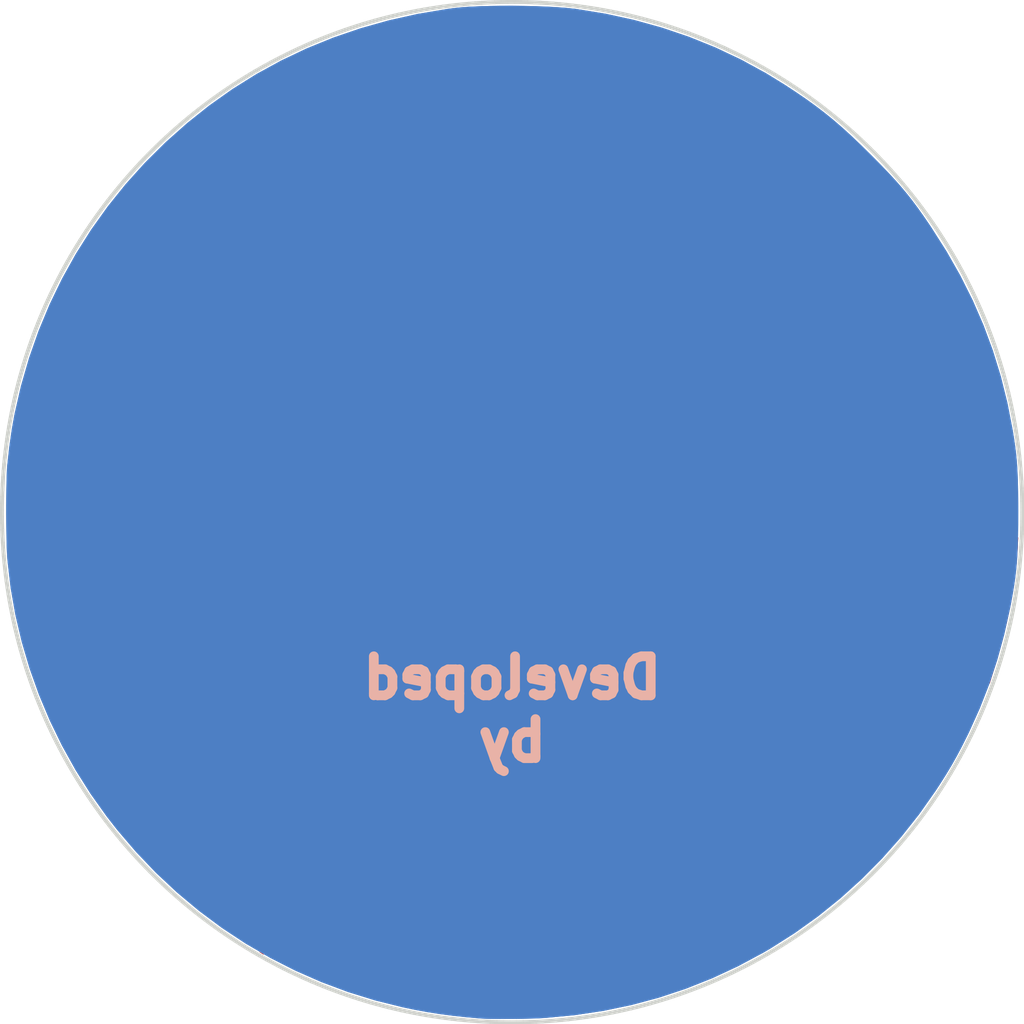
<source format=kicad_pcb>
(kicad_pcb (version 20171130) (host pcbnew 5.1.5-52549c5~84~ubuntu18.04.1)
  (layers (0 Top signal) (31 Bottom signal) (34 B.Paste user) (35 F.Paste user) (36 B.SilkS user) (37 F.SilkS user hide) (38 B.Mask user) (39 F.Mask user) (44 Edge.Cuts user))
  (net 0 "")
  (net 1 "Net-(TP1-Pad1)")
  (module Cody_Pin:Cody_Pin_3 (layer Top) (at 153.035 74.93)
    (fp_text reference Ref** hide)
    (fp_text value Val** hide)
    (fp_line (start 13.069257 -0.081441) (end 13.069659 0.031285) (layer Edge.Cuts) (width 0.1))
    (fp_line (start 13.06674 -0.250074) (end 13.069257 -0.081441) (layer Edge.Cuts) (width 0.1))
    (fp_line (start 13.06214 -0.41817) (end 13.06674 -0.250074) (layer Edge.Cuts) (width 0.1))
    (fp_line (start 13.05544 -0.585747) (end 13.06214 -0.41817) (layer Edge.Cuts) (width 0.1))
    (fp_line (start 13.04664 -0.752762) (end 13.05544 -0.585747) (layer Edge.Cuts) (width 0.1))
    (fp_line (start 13.03575 -0.919222) (end 13.04664 -0.752762) (layer Edge.Cuts) (width 0.1))
    (fp_line (start 13.02279 -1.085114) (end 13.03575 -0.919222) (layer Edge.Cuts) (width 0.1))
    (fp_line (start 13.00778 -1.250416) (end 13.02279 -1.085114) (layer Edge.Cuts) (width 0.1))
    (fp_line (start 12.99072 -1.415115) (end 13.00778 -1.250416) (layer Edge.Cuts) (width 0.1))
    (fp_line (start 12.97154 -1.579208) (end 12.99072 -1.415115) (layer Edge.Cuts) (width 0.1))
    (fp_line (start 12.95044 -1.742672) (end 12.97154 -1.579208) (layer Edge.Cuts) (width 0.1))
    (fp_line (start 12.92734 -1.905493) (end 12.95044 -1.742672) (layer Edge.Cuts) (width 0.1))
    (fp_line (start 12.90215 -2.067681) (end 12.92734 -1.905493) (layer Edge.Cuts) (width 0.1))
    (fp_line (start 12.87508 -2.229191) (end 12.90215 -2.067681) (layer Edge.Cuts) (width 0.1))
    (fp_line (start 12.84599 -2.39003) (end 12.87508 -2.229191) (layer Edge.Cuts) (width 0.1))
    (fp_line (start 12.81495 -2.550177) (end 12.84599 -2.39003) (layer Edge.Cuts) (width 0.1))
    (fp_line (start 12.78198 -2.709627) (end 12.81495 -2.550177) (layer Edge.Cuts) (width 0.1))
    (fp_line (start 12.74708 -2.868359) (end 12.78198 -2.709627) (layer Edge.Cuts) (width 0.1))
    (fp_line (start 12.71025 -3.026369) (end 12.74708 -2.868359) (layer Edge.Cuts) (width 0.1))
    (fp_line (start 12.67152 -3.183634) (end 12.71025 -3.026369) (layer Edge.Cuts) (width 0.1))
    (fp_line (start 12.63091 -3.340142) (end 12.67152 -3.183634) (layer Edge.Cuts) (width 0.1))
    (fp_line (start 12.58841 -3.49589) (end 12.63091 -3.340142) (layer Edge.Cuts) (width 0.1))
    (fp_line (start 12.54405 -3.650855) (end 12.58841 -3.49589) (layer Edge.Cuts) (width 0.1))
    (fp_line (start 12.49783 -3.805035) (end 12.54405 -3.650855) (layer Edge.Cuts) (width 0.1))
    (fp_line (start 12.44978 -3.958406) (end 12.49783 -3.805035) (layer Edge.Cuts) (width 0.1))
    (fp_line (start 12.39991 -4.110965) (end 12.44978 -3.958406) (layer Edge.Cuts) (width 0.1))
    (fp_line (start 12.34822 -4.26269) (end 12.39991 -4.110965) (layer Edge.Cuts) (width 0.1))
    (fp_line (start 12.29473 -4.413571) (end 12.34822 -4.26269) (layer Edge.Cuts) (width 0.1))
    (fp_line (start 12.23945 -4.563597) (end 12.29473 -4.413571) (layer Edge.Cuts) (width 0.1))
    (fp_line (start 12.18239 -4.712755) (end 12.23945 -4.563597) (layer Edge.Cuts) (width 0.1))
    (fp_line (start 12.12357 -4.861033) (end 12.18239 -4.712755) (layer Edge.Cuts) (width 0.1))
    (fp_line (start 12.063 -5.008414) (end 12.12357 -4.861033) (layer Edge.Cuts) (width 0.1))
    (fp_line (start 12.0007 -5.15489) (end 12.063 -5.008414) (layer Edge.Cuts) (width 0.1))
    (fp_line (start 11.93667 -5.300445) (end 12.0007 -5.15489) (layer Edge.Cuts) (width 0.1))
    (fp_line (start 11.87093 -5.445068) (end 11.93667 -5.300445) (layer Edge.Cuts) (width 0.1))
    (fp_line (start 11.80349 -5.588745) (end 11.87093 -5.445068) (layer Edge.Cuts) (width 0.1))
    (fp_line (start 11.73437 -5.731465) (end 11.80349 -5.588745) (layer Edge.Cuts) (width 0.1))
    (fp_line (start 11.66357 -5.873212) (end 11.73437 -5.731465) (layer Edge.Cuts) (width 0.1))
    (fp_line (start 11.59111 -6.013975) (end 11.66357 -5.873212) (layer Edge.Cuts) (width 0.1))
    (fp_line (start 11.51701 -6.153742) (end 11.59111 -6.013975) (layer Edge.Cuts) (width 0.1))
    (fp_line (start 11.44127 -6.292499) (end 11.51701 -6.153742) (layer Edge.Cuts) (width 0.1))
    (fp_line (start 11.3639 -6.430234) (end 11.44127 -6.292499) (layer Edge.Cuts) (width 0.1))
    (fp_line (start 11.28494 -6.566933) (end 11.3639 -6.430234) (layer Edge.Cuts) (width 0.1))
    (fp_line (start 11.20437 -6.702583) (end 11.28494 -6.566933) (layer Edge.Cuts) (width 0.1))
    (fp_line (start 11.12222 -6.837173) (end 11.20437 -6.702583) (layer Edge.Cuts) (width 0.1))
    (fp_line (start 11.0385 -6.970688) (end 11.12222 -6.837173) (layer Edge.Cuts) (width 0.1))
    (fp_line (start 10.95323 -7.103118) (end 11.0385 -6.970688) (layer Edge.Cuts) (width 0.1))
    (fp_line (start 10.86641 -7.234447) (end 10.95323 -7.103118) (layer Edge.Cuts) (width 0.1))
    (fp_line (start 10.77805 -7.364664) (end 10.86641 -7.234447) (layer Edge.Cuts) (width 0.1))
    (fp_line (start 10.68819 -7.493756) (end 10.77805 -7.364664) (layer Edge.Cuts) (width 0.1))
    (fp_line (start 10.5968 -7.62171) (end 10.68819 -7.493756) (layer Edge.Cuts) (width 0.1))
    (fp_line (start 10.50393 -7.748513) (end 10.5968 -7.62171) (layer Edge.Cuts) (width 0.1))
    (fp_line (start 10.40958 -7.874153) (end 10.50393 -7.748513) (layer Edge.Cuts) (width 0.1))
    (fp_line (start 10.31375 -7.998616) (end 10.40958 -7.874153) (layer Edge.Cuts) (width 0.1))
    (fp_line (start 10.21649 -8.121889) (end 10.31375 -7.998616) (layer Edge.Cuts) (width 0.1))
    (fp_line (start 10.11777 -8.24396) (end 10.21649 -8.121889) (layer Edge.Cuts) (width 0.1))
    (fp_line (start 10.017623 -8.364817) (end 10.11777 -8.24396) (layer Edge.Cuts) (width 0.1))
    (fp_line (start 9.916063 -8.484444) (end 10.017623 -8.364817) (layer Edge.Cuts) (width 0.1))
    (fp_line (start 9.813106 -8.602831) (end 9.916063 -8.484444) (layer Edge.Cuts) (width 0.1))
    (fp_line (start 9.708751 -8.719965) (end 9.813106 -8.602831) (layer Edge.Cuts) (width 0.1))
    (fp_line (start 9.603014 -8.835833) (end 9.708751 -8.719965) (layer Edge.Cuts) (width 0.1))
    (fp_line (start 9.495925 -8.950421) (end 9.603014 -8.835833) (layer Edge.Cuts) (width 0.1))
    (fp_line (start 9.38747 -9.063717) (end 9.495925 -8.950421) (layer Edge.Cuts) (width 0.1))
    (fp_line (start 9.277689 -9.175708) (end 9.38747 -9.063717) (layer Edge.Cuts) (width 0.1))
    (fp_line (start 9.166566 -9.286382) (end 9.277689 -9.175708) (layer Edge.Cuts) (width 0.1))
    (fp_line (start 9.054145 -9.395725) (end 9.166566 -9.286382) (layer Edge.Cuts) (width 0.1))
    (fp_line (start 8.940416 -9.503725) (end 9.054145 -9.395725) (layer Edge.Cuts) (width 0.1))
    (fp_line (start 8.825395 -9.610367) (end 8.940416 -9.503725) (layer Edge.Cuts) (width 0.1))
    (fp_line (start 8.709102 -9.715641) (end 8.825395 -9.610367) (layer Edge.Cuts) (width 0.1))
    (fp_line (start 8.591552 -9.819534) (end 8.709102 -9.715641) (layer Edge.Cuts) (width 0.1))
    (fp_line (start 8.472746 -9.922032) (end 8.591552 -9.819534) (layer Edge.Cuts) (width 0.1))
    (fp_line (start 8.352709 -10.023122) (end 8.472746 -9.922032) (layer Edge.Cuts) (width 0.1))
    (fp_line (start 8.231452 -10.122792) (end 8.352709 -10.023122) (layer Edge.Cuts) (width 0.1))
    (fp_line (start 8.108979 -10.221028) (end 8.231452 -10.122792) (layer Edge.Cuts) (width 0.1))
    (fp_line (start 7.985302 -10.317819) (end 8.108979 -10.221028) (layer Edge.Cuts) (width 0.1))
    (fp_line (start 7.860454 -10.41315) (end 7.985302 -10.317819) (layer Edge.Cuts) (width 0.1))
    (fp_line (start 7.734418 -10.507009) (end 7.860454 -10.41315) (layer Edge.Cuts) (width 0.1))
    (fp_line (start 7.607237 -10.599384) (end 7.734418 -10.507009) (layer Edge.Cuts) (width 0.1))
    (fp_line (start 7.478894 -10.690262) (end 7.607237 -10.599384) (layer Edge.Cuts) (width 0.1))
    (fp_line (start 7.349431 -10.779629) (end 7.478894 -10.690262) (layer Edge.Cuts) (width 0.1))
    (fp_line (start 7.218842 -10.867473) (end 7.349431 -10.779629) (layer Edge.Cuts) (width 0.1))
    (fp_line (start 7.087138 -10.953782) (end 7.218842 -10.867473) (layer Edge.Cuts) (width 0.1))
    (fp_line (start 6.954354 -11.038541) (end 7.087138 -10.953782) (layer Edge.Cuts) (width 0.1))
    (fp_line (start 6.820472 -11.121739) (end 6.954354 -11.038541) (layer Edge.Cuts) (width 0.1))
    (fp_line (start 6.685534 -11.203363) (end 6.820472 -11.121739) (layer Edge.Cuts) (width 0.1))
    (fp_line (start 6.549523 -11.2834) (end 6.685534 -11.203363) (layer Edge.Cuts) (width 0.1))
    (fp_line (start 6.412483 -11.361836) (end 6.549523 -11.2834) (layer Edge.Cuts) (width 0.1))
    (fp_line (start 6.274407 -11.438659) (end 6.412483 -11.361836) (layer Edge.Cuts) (width 0.1))
    (fp_line (start 6.135306 -11.513856) (end 6.274407 -11.438659) (layer Edge.Cuts) (width 0.1))
    (fp_line (start 5.995214 -11.587415) (end 6.135306 -11.513856) (layer Edge.Cuts) (width 0.1))
    (fp_line (start 5.854113 -11.659322) (end 5.995214 -11.587415) (layer Edge.Cuts) (width 0.1))
    (fp_line (start 5.712048 -11.729565) (end 5.854113 -11.659322) (layer Edge.Cuts) (width 0.1))
    (fp_line (start 5.569009 -11.798131) (end 5.712048 -11.729565) (layer Edge.Cuts) (width 0.1))
    (fp_line (start 5.425011 -11.865007) (end 5.569009 -11.798131) (layer Edge.Cuts) (width 0.1))
    (fp_line (start 5.280076 -11.93018) (end 5.425011 -11.865007) (layer Edge.Cuts) (width 0.1))
    (fp_line (start 5.134216 -11.993637) (end 5.280076 -11.93018) (layer Edge.Cuts) (width 0.1))
    (fp_line (start 4.987435 -12.055367) (end 5.134216 -11.993637) (layer Edge.Cuts) (width 0.1))
    (fp_line (start 4.839756 -12.115355) (end 4.987435 -12.055367) (layer Edge.Cuts) (width 0.1))
    (fp_line (start 4.691181 -12.173589) (end 4.839756 -12.115355) (layer Edge.Cuts) (width 0.1))
    (fp_line (start 4.541734 -12.230056) (end 4.691181 -12.173589) (layer Edge.Cuts) (width 0.1))
    (fp_line (start 4.391416 -12.284742) (end 4.541734 -12.230056) (layer Edge.Cuts) (width 0.1))
    (fp_line (start 4.240251 -12.337638) (end 4.391416 -12.284742) (layer Edge.Cuts) (width 0.1))
    (fp_line (start 4.088252 -12.388727) (end 4.240251 -12.337638) (layer Edge.Cuts) (width 0.1))
    (fp_line (start 3.935421 -12.437998) (end 4.088252 -12.388727) (layer Edge.Cuts) (width 0.1))
    (fp_line (start 3.781782 -12.485438) (end 3.935421 -12.437998) (layer Edge.Cuts) (width 0.1))
    (fp_line (start 3.627337 -12.531034) (end 3.781782 -12.485438) (layer Edge.Cuts) (width 0.1))
    (fp_line (start 3.472109 -12.574774) (end 3.627337 -12.531034) (layer Edge.Cuts) (width 0.1))
    (fp_line (start 3.316101 -12.616643) (end 3.472109 -12.574774) (layer Edge.Cuts) (width 0.1))
    (fp_line (start 3.159335 -12.65663) (end 3.316101 -12.616643) (layer Edge.Cuts) (width 0.1))
    (fp_line (start 3.001825 -12.694722) (end 3.159335 -12.65663) (layer Edge.Cuts) (width 0.1))
    (fp_line (start 2.843574 -12.730905) (end 3.001825 -12.694722) (layer Edge.Cuts) (width 0.1))
    (fp_line (start 2.684603 -12.765168) (end 2.843574 -12.730905) (layer Edge.Cuts) (width 0.1))
    (fp_line (start 2.524917 -12.797497) (end 2.684603 -12.765168) (layer Edge.Cuts) (width 0.1))
    (fp_line (start 2.364538 -12.827883) (end 2.524917 -12.797497) (layer Edge.Cuts) (width 0.1))
    (fp_line (start 2.203468 -12.856299) (end 2.364538 -12.827883) (layer Edge.Cuts) (width 0.1))
    (fp_line (start 2.041741 -12.882749) (end 2.203468 -12.856299) (layer Edge.Cuts) (width 0.1))
    (fp_line (start 1.879338 -12.907219) (end 2.041741 -12.882749) (layer Edge.Cuts) (width 0.1))
    (fp_line (start 1.716295 -12.929687) (end 1.879338 -12.907219) (layer Edge.Cuts) (width 0.1))
    (fp_line (start 1.552622 -12.95014) (end 1.716295 -12.929687) (layer Edge.Cuts) (width 0.1))
    (fp_line (start 1.388323 -12.968575) (end 1.552622 -12.95014) (layer Edge.Cuts) (width 0.1))
    (fp_line (start 1.223421 -12.984969) (end 1.388323 -12.968575) (layer Edge.Cuts) (width 0.1))
    (fp_line (start 1.057929 -12.99932) (end 1.223421 -12.984969) (layer Edge.Cuts) (width 0.1))
    (fp_line (start 0.891848 -13.011604) (end 1.057929 -12.99932) (layer Edge.Cuts) (width 0.1))
    (fp_line (start 0.725193 -13.021814) (end 0.891848 -13.011604) (layer Edge.Cuts) (width 0.1))
    (fp_line (start 0.557996 -13.029934) (end 0.725193 -13.021814) (layer Edge.Cuts) (width 0.1))
    (fp_line (start 0.390241 -13.035954) (end 0.557996 -13.029934) (layer Edge.Cuts) (width 0.1))
    (fp_line (start 0.221968 -13.039862) (end 0.390241 -13.035954) (layer Edge.Cuts) (width 0.1))
    (fp_line (start 0.053172 -13.041644) (end 0.221968 -13.039862) (layer Edge.Cuts) (width 0.1))
    (fp_line (start -0.115964 -13.041286) (end 0.053172 -13.041644) (layer Edge.Cuts) (width 0.1))
    (fp_line (start -0.284596 -13.038794) (end -0.115964 -13.041286) (layer Edge.Cuts) (width 0.1))
    (fp_line (start -0.452692 -13.034174) (end -0.284596 -13.038794) (layer Edge.Cuts) (width 0.1))
    (fp_line (start -0.620269 -13.027454) (end -0.452692 -13.034174) (layer Edge.Cuts) (width 0.1))
    (fp_line (start -0.787284 -13.018644) (end -0.620269 -13.027454) (layer Edge.Cuts) (width 0.1))
    (fp_line (start -0.953744 -13.00774) (end -0.787284 -13.018644) (layer Edge.Cuts) (width 0.1))
    (fp_line (start -1.119637 -12.994769) (end -0.953744 -13.00774) (layer Edge.Cuts) (width 0.1))
    (fp_line (start -1.284939 -12.979735) (end -1.119637 -12.994769) (layer Edge.Cuts) (width 0.1))
    (fp_line (start -1.449638 -12.96266) (end -1.284939 -12.979735) (layer Edge.Cuts) (width 0.1))
    (fp_line (start -1.61373 -12.943547) (end -1.449638 -12.96266) (layer Edge.Cuts) (width 0.1))
    (fp_line (start -1.777194 -12.922419) (end -1.61373 -12.943547) (layer Edge.Cuts) (width 0.1))
    (fp_line (start -1.940016 -12.899289) (end -1.777194 -12.922419) (layer Edge.Cuts) (width 0.1))
    (fp_line (start -2.102203 -12.874159) (end -1.940016 -12.899289) (layer Edge.Cuts) (width 0.1))
    (fp_line (start -2.263713 -12.847043) (end -2.102203 -12.874159) (layer Edge.Cuts) (width 0.1))
    (fp_line (start -2.424553 -12.817969) (end -2.263713 -12.847043) (layer Edge.Cuts) (width 0.1))
    (fp_line (start -2.584699 -12.786936) (end -2.424553 -12.817969) (layer Edge.Cuts) (width 0.1))
    (fp_line (start -2.744149 -12.753961) (end -2.584699 -12.786936) (layer Edge.Cuts) (width 0.1))
    (fp_line (start -2.902881 -12.719057) (end -2.744149 -12.753961) (layer Edge.Cuts) (width 0.1))
    (fp_line (start -3.060891 -12.682236) (end -2.902881 -12.719057) (layer Edge.Cuts) (width 0.1))
    (fp_line (start -3.218157 -12.643511) (end -3.060891 -12.682236) (layer Edge.Cuts) (width 0.1))
    (fp_line (start -3.374665 -12.602895) (end -3.218157 -12.643511) (layer Edge.Cuts) (width 0.1))
    (fp_line (start -3.530413 -12.5604) (end -3.374665 -12.602895) (layer Edge.Cuts) (width 0.1))
    (fp_line (start -3.685378 -12.51604) (end -3.530413 -12.5604) (layer Edge.Cuts) (width 0.1))
    (fp_line (start -3.839558 -12.469828) (end -3.685378 -12.51604) (layer Edge.Cuts) (width 0.1))
    (fp_line (start -3.992931 -12.421777) (end -3.839558 -12.469828) (layer Edge.Cuts) (width 0.1))
    (fp_line (start -4.145486 -12.371898) (end -3.992931 -12.421777) (layer Edge.Cuts) (width 0.1))
    (fp_line (start -4.297211 -12.320206) (end -4.145486 -12.371898) (layer Edge.Cuts) (width 0.1))
    (fp_line (start -4.448093 -12.266712) (end -4.297211 -12.320206) (layer Edge.Cuts) (width 0.1))
    (fp_line (start -4.598119 -12.211431) (end -4.448093 -12.266712) (layer Edge.Cuts) (width 0.1))
    (fp_line (start -4.747277 -12.154373) (end -4.598119 -12.211431) (layer Edge.Cuts) (width 0.1))
    (fp_line (start -4.895554 -12.095553) (end -4.747277 -12.154373) (layer Edge.Cuts) (width 0.1))
    (fp_line (start -5.042936 -12.034983) (end -4.895554 -12.095553) (layer Edge.Cuts) (width 0.1))
    (fp_line (start -5.189411 -11.972676) (end -5.042936 -12.034983) (layer Edge.Cuts) (width 0.1))
    (fp_line (start -5.334967 -11.908645) (end -5.189411 -11.972676) (layer Edge.Cuts) (width 0.1))
    (fp_line (start -5.47959 -11.842903) (end -5.334967 -11.908645) (layer Edge.Cuts) (width 0.1))
    (fp_line (start -5.623267 -11.775463) (end -5.47959 -11.842903) (layer Edge.Cuts) (width 0.1))
    (fp_line (start -5.765986 -11.706336) (end -5.623267 -11.775463) (layer Edge.Cuts) (width 0.1))
    (fp_line (start -5.907733 -11.635537) (end -5.765986 -11.706336) (layer Edge.Cuts) (width 0.1))
    (fp_line (start -6.048497 -11.563078) (end -5.907733 -11.635537) (layer Edge.Cuts) (width 0.1))
    (fp_line (start -6.188263 -11.488971) (end -6.048497 -11.563078) (layer Edge.Cuts) (width 0.1))
    (fp_line (start -6.32702 -11.41323) (end -6.188263 -11.488971) (layer Edge.Cuts) (width 0.1))
    (fp_line (start -6.464755 -11.335868) (end -6.32702 -11.41323) (layer Edge.Cuts) (width 0.1))
    (fp_line (start -6.601454 -11.256897) (end -6.464755 -11.335868) (layer Edge.Cuts) (width 0.1))
    (fp_line (start -6.737104 -11.17633) (end -6.601454 -11.256897) (layer Edge.Cuts) (width 0.1))
    (fp_line (start -6.871695 -11.094181) (end -6.737104 -11.17633) (layer Edge.Cuts) (width 0.1))
    (fp_line (start -7.00521 -11.01046) (end -6.871695 -11.094181) (layer Edge.Cuts) (width 0.1))
    (fp_line (start -7.137639 -10.925183) (end -7.00521 -11.01046) (layer Edge.Cuts) (width 0.1))
    (fp_line (start -7.268969 -10.838361) (end -7.137639 -10.925183) (layer Edge.Cuts) (width 0.1))
    (fp_line (start -7.399187 -10.750008) (end -7.268969 -10.838361) (layer Edge.Cuts) (width 0.1))
    (fp_line (start -7.528278 -10.660136) (end -7.399187 -10.750008) (layer Edge.Cuts) (width 0.1))
    (fp_line (start -7.656232 -10.568757) (end -7.528278 -10.660136) (layer Edge.Cuts) (width 0.1))
    (fp_line (start -7.783035 -10.475887) (end -7.656232 -10.568757) (layer Edge.Cuts) (width 0.1))
    (fp_line (start -7.908675 -10.381535) (end -7.783035 -10.475887) (layer Edge.Cuts) (width 0.1))
    (fp_line (start -8.033138 -10.285716) (end -7.908675 -10.381535) (layer Edge.Cuts) (width 0.1))
    (fp_line (start -8.156411 -10.188442) (end -8.033138 -10.285716) (layer Edge.Cuts) (width 0.1))
    (fp_line (start -8.278482 -10.089726) (end -8.156411 -10.188442) (layer Edge.Cuts) (width 0.1))
    (fp_line (start -8.399337 -9.989582) (end -8.278482 -10.089726) (layer Edge.Cuts) (width 0.1))
    (fp_line (start -8.518967 -9.888021) (end -8.399337 -9.989582) (layer Edge.Cuts) (width 0.1))
    (fp_line (start -8.637353 -9.785058) (end -8.518967 -9.888021) (layer Edge.Cuts) (width 0.1))
    (fp_line (start -8.754487 -9.680703) (end -8.637353 -9.785058) (layer Edge.Cuts) (width 0.1))
    (fp_line (start -8.870355 -9.574971) (end -8.754487 -9.680703) (layer Edge.Cuts) (width 0.1))
    (fp_line (start -8.984943 -9.467874) (end -8.870355 -9.574971) (layer Edge.Cuts) (width 0.1))
    (fp_line (start -9.098239 -9.359426) (end -8.984943 -9.467874) (layer Edge.Cuts) (width 0.1))
    (fp_line (start -9.210231 -9.249637) (end -9.098239 -9.359426) (layer Edge.Cuts) (width 0.1))
    (fp_line (start -9.320904 -9.138523) (end -9.210231 -9.249637) (layer Edge.Cuts) (width 0.1))
    (fp_line (start -9.430247 -9.026095) (end -9.320904 -9.138523) (layer Edge.Cuts) (width 0.1))
    (fp_line (start -9.538247 -8.912367) (end -9.430247 -9.026095) (layer Edge.Cuts) (width 0.1))
    (fp_line (start -9.644889 -8.797352) (end -9.538247 -8.912367) (layer Edge.Cuts) (width 0.1))
    (fp_line (start -9.750163 -8.681061) (end -9.644889 -8.797352) (layer Edge.Cuts) (width 0.1))
    (fp_line (start -9.854056 -8.563508) (end -9.750163 -8.681061) (layer Edge.Cuts) (width 0.1))
    (fp_line (start -9.956553 -8.444705) (end -9.854056 -8.563508) (layer Edge.Cuts) (width 0.1))
    (fp_line (start -10.057644 -8.324666) (end -9.956553 -8.444705) (layer Edge.Cuts) (width 0.1))
    (fp_line (start -10.157314 -8.203404) (end -10.057644 -8.324666) (layer Edge.Cuts) (width 0.1))
    (fp_line (start -10.25555 -8.08093) (end -10.157314 -8.203404) (layer Edge.Cuts) (width 0.1))
    (fp_line (start -10.35234 -7.957259) (end -10.25555 -8.08093) (layer Edge.Cuts) (width 0.1))
    (fp_line (start -10.447672 -7.832402) (end -10.35234 -7.957259) (layer Edge.Cuts) (width 0.1))
    (fp_line (start -10.541531 -7.706374) (end -10.447672 -7.832402) (layer Edge.Cuts) (width 0.1))
    (fp_line (start -10.633906 -7.579186) (end -10.541531 -7.706374) (layer Edge.Cuts) (width 0.1))
    (fp_line (start -10.724784 -7.450851) (end -10.633906 -7.579186) (layer Edge.Cuts) (width 0.1))
    (fp_line (start -10.814151 -7.321383) (end -10.724784 -7.450851) (layer Edge.Cuts) (width 0.1))
    (fp_line (start -10.901995 -7.190794) (end -10.814151 -7.321383) (layer Edge.Cuts) (width 0.1))
    (fp_line (start -10.988304 -7.059096) (end -10.901995 -7.190794) (layer Edge.Cuts) (width 0.1))
    (fp_line (start -11.073063 -6.926303) (end -10.988304 -7.059096) (layer Edge.Cuts) (width 0.1))
    (fp_line (start -11.156261 -6.792428) (end -11.073063 -6.926303) (layer Edge.Cuts) (width 0.1))
    (fp_line (start -11.237885 -6.657483) (end -11.156261 -6.792428) (layer Edge.Cuts) (width 0.1))
    (fp_line (start -11.317921 -6.521481) (end -11.237885 -6.657483) (layer Edge.Cuts) (width 0.1))
    (fp_line (start -11.396358 -6.384435) (end -11.317921 -6.521481) (layer Edge.Cuts) (width 0.1))
    (fp_line (start -11.473181 -6.246359) (end -11.396358 -6.384435) (layer Edge.Cuts) (width 0.1))
    (fp_line (start -11.548378 -6.107265) (end -11.473181 -6.246359) (layer Edge.Cuts) (width 0.1))
    (fp_line (start -11.621937 -5.967164) (end -11.548378 -6.107265) (layer Edge.Cuts) (width 0.1))
    (fp_line (start -11.693844 -5.82607) (end -11.621937 -5.967164) (layer Edge.Cuts) (width 0.1))
    (fp_line (start -11.764087 -5.683998) (end -11.693844 -5.82607) (layer Edge.Cuts) (width 0.1))
    (fp_line (start -11.832653 -5.540958) (end -11.764087 -5.683998) (layer Edge.Cuts) (width 0.1))
    (fp_line (start -11.899529 -5.396965) (end -11.832653 -5.540958) (layer Edge.Cuts) (width 0.1))
    (fp_line (start -11.964702 -5.25203) (end -11.899529 -5.396965) (layer Edge.Cuts) (width 0.1))
    (fp_line (start -12.028159 -5.106166) (end -11.964702 -5.25203) (layer Edge.Cuts) (width 0.1))
    (fp_line (start -12.089889 -4.959387) (end -12.028159 -5.106166) (layer Edge.Cuts) (width 0.1))
    (fp_line (start -12.149877 -4.811705) (end -12.089889 -4.959387) (layer Edge.Cuts) (width 0.1))
    (fp_line (start -12.208111 -4.663133) (end -12.149877 -4.811705) (layer Edge.Cuts) (width 0.1))
    (fp_line (start -12.264578 -4.513685) (end -12.208111 -4.663133) (layer Edge.Cuts) (width 0.1))
    (fp_line (start -12.319264 -4.363371) (end -12.264578 -4.513685) (layer Edge.Cuts) (width 0.1))
    (fp_line (start -12.37216 -4.212205) (end -12.319264 -4.363371) (layer Edge.Cuts) (width 0.1))
    (fp_line (start -12.423249 -4.060206) (end -12.37216 -4.212205) (layer Edge.Cuts) (width 0.1))
    (fp_line (start -12.47252 -3.907375) (end -12.423249 -4.060206) (layer Edge.Cuts) (width 0.1))
    (fp_line (start -12.51996 -3.753735) (end -12.47252 -3.907375) (layer Edge.Cuts) (width 0.1))
    (fp_line (start -12.565556 -3.59929) (end -12.51996 -3.753735) (layer Edge.Cuts) (width 0.1))
    (fp_line (start -12.609295 -3.444062) (end -12.565556 -3.59929) (layer Edge.Cuts) (width 0.1))
    (fp_line (start -12.651165 -3.288054) (end -12.609295 -3.444062) (layer Edge.Cuts) (width 0.1))
    (fp_line (start -12.691152 -3.131289) (end -12.651165 -3.288054) (layer Edge.Cuts) (width 0.1))
    (fp_line (start -12.729244 -2.973779) (end -12.691152 -3.131289) (layer Edge.Cuts) (width 0.1))
    (fp_line (start -12.765427 -2.815527) (end -12.729244 -2.973779) (layer Edge.Cuts) (width 0.1))
    (fp_line (start -12.799689 -2.656557) (end -12.765427 -2.815527) (layer Edge.Cuts) (width 0.1))
    (fp_line (start -12.832018 -2.49687) (end -12.799689 -2.656557) (layer Edge.Cuts) (width 0.1))
    (fp_line (start -12.862401 -2.336491) (end -12.832018 -2.49687) (layer Edge.Cuts) (width 0.1))
    (fp_line (start -12.890823 -2.175431) (end -12.862401 -2.336491) (layer Edge.Cuts) (width 0.1))
    (fp_line (start -12.917273 -2.013694) (end -12.890823 -2.175431) (layer Edge.Cuts) (width 0.1))
    (fp_line (start -12.94174 -1.851292) (end -12.917273 -2.013694) (layer Edge.Cuts) (width 0.1))
    (fp_line (start -12.964207 -1.688248) (end -12.94174 -1.851292) (layer Edge.Cuts) (width 0.1))
    (fp_line (start -12.984663 -1.524575) (end -12.964207 -1.688248) (layer Edge.Cuts) (width 0.1))
    (fp_line (start -13.003096 -1.360276) (end -12.984663 -1.524575) (layer Edge.Cuts) (width 0.1))
    (fp_line (start -13.019493 -1.195374) (end -13.003096 -1.360276) (layer Edge.Cuts) (width 0.1))
    (fp_line (start -13.03384 -1.029882) (end -13.019493 -1.195374) (layer Edge.Cuts) (width 0.1))
    (fp_line (start -13.046125 -0.863802) (end -13.03384 -1.029882) (layer Edge.Cuts) (width 0.1))
    (fp_line (start -13.056335 -0.697147) (end -13.046125 -0.863802) (layer Edge.Cuts) (width 0.1))
    (fp_line (start -13.064458 -0.52995) (end -13.056335 -0.697147) (layer Edge.Cuts) (width 0.1))
    (fp_line (start -13.07048 -0.362194) (end -13.064458 -0.52995) (layer Edge.Cuts) (width 0.1))
    (fp_line (start -13.074387 -0.193921) (end -13.07048 -0.362194) (layer Edge.Cuts) (width 0.1))
    (fp_line (start -13.07617 -0.025125) (end -13.074387 -0.193921) (layer Edge.Cuts) (width 0.1))
    (fp_line (start -13.075812 0.14401) (end -13.07617 -0.025125) (layer Edge.Cuts) (width 0.1))
    (fp_line (start -13.07332 0.312643) (end -13.075812 0.14401) (layer Edge.Cuts) (width 0.1))
    (fp_line (start -13.068706 0.480739) (end -13.07332 0.312643) (layer Edge.Cuts) (width 0.1))
    (fp_line (start -13.061983 0.648316) (end -13.068706 0.480739) (layer Edge.Cuts) (width 0.1))
    (fp_line (start -13.053163 0.815331) (end -13.061983 0.648316) (layer Edge.Cuts) (width 0.1))
    (fp_line (start -13.04226 0.981791) (end -13.053163 0.815331) (layer Edge.Cuts) (width 0.1))
    (fp_line (start -13.029285 1.147683) (end -13.04226 0.981791) (layer Edge.Cuts) (width 0.1))
    (fp_line (start -13.014254 1.312986) (end -13.029285 1.147683) (layer Edge.Cuts) (width 0.1))
    (fp_line (start -12.997177 1.477684) (end -13.014254 1.312986) (layer Edge.Cuts) (width 0.1))
    (fp_line (start -12.978069 1.641777) (end -12.997177 1.477684) (layer Edge.Cuts) (width 0.1))
    (fp_line (start -12.95694 1.805241) (end -12.978069 1.641777) (layer Edge.Cuts) (width 0.1))
    (fp_line (start -12.933806 1.968063) (end -12.95694 1.805241) (layer Edge.Cuts) (width 0.1))
    (fp_line (start -12.908677 2.13025) (end -12.933806 1.968063) (layer Edge.Cuts) (width 0.1))
    (fp_line (start -12.881567 2.29176) (end -12.908677 2.13025) (layer Edge.Cuts) (width 0.1))
    (fp_line (start -12.85249 2.452599) (end -12.881567 2.29176) (layer Edge.Cuts) (width 0.1))
    (fp_line (start -12.821458 2.612746) (end -12.85249 2.452599) (layer Edge.Cuts) (width 0.1))
    (fp_line (start -12.788483 2.772196) (end -12.821458 2.612746) (layer Edge.Cuts) (width 0.1))
    (fp_line (start -12.753578 2.930928) (end -12.788483 2.772196) (layer Edge.Cuts) (width 0.1))
    (fp_line (start -12.716758 3.088938) (end -12.753578 2.930928) (layer Edge.Cuts) (width 0.1))
    (fp_line (start -12.678033 3.246203) (end -12.716758 3.088938) (layer Edge.Cuts) (width 0.1))
    (fp_line (start -12.637417 3.402711) (end -12.678033 3.246203) (layer Edge.Cuts) (width 0.1))
    (fp_line (start -12.594922 3.55846) (end -12.637417 3.402711) (layer Edge.Cuts) (width 0.1))
    (fp_line (start -12.550562 3.713425) (end -12.594922 3.55846) (layer Edge.Cuts) (width 0.1))
    (fp_line (start -12.50435 3.867604) (end -12.550562 3.713425) (layer Edge.Cuts) (width 0.1))
    (fp_line (start -12.456299 4.020974) (end -12.50435 3.867604) (layer Edge.Cuts) (width 0.1))
    (fp_line (start -12.40642 4.173534) (end -12.456299 4.020974) (layer Edge.Cuts) (width 0.1))
    (fp_line (start -12.354728 4.325258) (end -12.40642 4.173534) (layer Edge.Cuts) (width 0.1))
    (fp_line (start -12.301235 4.476136) (end -12.354728 4.325258) (layer Edge.Cuts) (width 0.1))
    (fp_line (start -12.245954 4.626164) (end -12.301235 4.476136) (layer Edge.Cuts) (width 0.1))
    (fp_line (start -12.188896 4.775319) (end -12.245954 4.626164) (layer Edge.Cuts) (width 0.1))
    (fp_line (start -12.130076 4.923598) (end -12.188896 4.775319) (layer Edge.Cuts) (width 0.1))
    (fp_line (start -12.069506 5.070979) (end -12.130076 4.923598) (layer Edge.Cuts) (width 0.1))
    (fp_line (start -12.007199 5.217458) (end -12.069506 5.070979) (layer Edge.Cuts) (width 0.1))
    (fp_line (start -11.943168 5.363013) (end -12.007199 5.217458) (layer Edge.Cuts) (width 0.1))
    (fp_line (start -11.877426 5.507632) (end -11.943168 5.363013) (layer Edge.Cuts) (width 0.1))
    (fp_line (start -11.809985 5.65131) (end -11.877426 5.507632) (layer Edge.Cuts) (width 0.1))
    (fp_line (start -11.740858 5.794036) (end -11.809985 5.65131) (layer Edge.Cuts) (width 0.1))
    (fp_line (start -11.670059 5.935776) (end -11.740858 5.794036) (layer Edge.Cuts) (width 0.1))
    (fp_line (start -11.5976 6.076538) (end -11.670059 5.935776) (layer Edge.Cuts) (width 0.1))
    (fp_line (start -11.523493 6.216309) (end -11.5976 6.076538) (layer Edge.Cuts) (width 0.1))
    (fp_line (start -11.447753 6.355066) (end -11.523493 6.216309) (layer Edge.Cuts) (width 0.1))
    (fp_line (start -11.37039 6.492796) (end -11.447753 6.355066) (layer Edge.Cuts) (width 0.1))
    (fp_line (start -11.291419 6.629496) (end -11.37039 6.492796) (layer Edge.Cuts) (width 0.1))
    (fp_line (start -11.210853 6.765154) (end -11.291419 6.629496) (layer Edge.Cuts) (width 0.1))
    (fp_line (start -11.128703 6.899746) (end -11.210853 6.765154) (layer Edge.Cuts) (width 0.1))
    (fp_line (start -11.044982 7.033261) (end -11.128703 6.899746) (layer Edge.Cuts) (width 0.1))
    (fp_line (start -10.959705 7.165684) (end -11.044982 7.033261) (layer Edge.Cuts) (width 0.1))
    (fp_line (start -10.872883 7.297013) (end -10.959705 7.165684) (layer Edge.Cuts) (width 0.1))
    (fp_line (start -10.78453 7.427236) (end -10.872883 7.297013) (layer Edge.Cuts) (width 0.1))
    (fp_line (start -10.694658 7.55632) (end -10.78453 7.427236) (layer Edge.Cuts) (width 0.1))
    (fp_line (start -10.603279 7.684281) (end -10.694658 7.55632) (layer Edge.Cuts) (width 0.1))
    (fp_line (start -10.5104 7.811087) (end -10.603279 7.684281) (layer Edge.Cuts) (width 0.1))
    (fp_line (start -10.416048 7.936724) (end -10.5104 7.811087) (layer Edge.Cuts) (width 0.1))
    (fp_line (start -10.320229 8.061181) (end -10.416048 7.936724) (layer Edge.Cuts) (width 0.1))
    (fp_line (start -10.222955 8.184455) (end -10.320229 8.061181) (layer Edge.Cuts) (width 0.1))
    (fp_line (start -10.124239 8.306532) (end -10.222955 8.184455) (layer Edge.Cuts) (width 0.1))
    (fp_line (start -10.024095 8.427389) (end -10.124239 8.306532) (layer Edge.Cuts) (width 0.1))
    (fp_line (start -9.922534 8.547014) (end -10.024095 8.427389) (layer Edge.Cuts) (width 0.1))
    (fp_line (start -9.819571 8.665404) (end -9.922534 8.547014) (layer Edge.Cuts) (width 0.1))
    (fp_line (start -9.715216 8.782537) (end -9.819571 8.665404) (layer Edge.Cuts) (width 0.1))
    (fp_line (start -9.609484 8.898399) (end -9.715216 8.782537) (layer Edge.Cuts) (width 0.1))
    (fp_line (start -9.502388 9.012987) (end -9.609484 8.898399) (layer Edge.Cuts) (width 0.1))
    (fp_line (start -9.393939 9.126289) (end -9.502388 9.012987) (layer Edge.Cuts) (width 0.1))
    (fp_line (start -9.284151 9.238281) (end -9.393939 9.126289) (layer Edge.Cuts) (width 0.1))
    (fp_line (start -9.173036 9.348952) (end -9.284151 9.238281) (layer Edge.Cuts) (width 0.1))
    (fp_line (start -9.06061 9.458288) (end -9.173036 9.348952) (layer Edge.Cuts) (width 0.1))
    (fp_line (start -8.946881 9.566296) (end -9.06061 9.458288) (layer Edge.Cuts) (width 0.1))
    (fp_line (start -8.831865 9.672934) (end -8.946881 9.566296) (layer Edge.Cuts) (width 0.1))
    (fp_line (start -8.715573 9.778208) (end -8.831865 9.672934) (layer Edge.Cuts) (width 0.1))
    (fp_line (start -8.598021 9.882106) (end -8.715573 9.778208) (layer Edge.Cuts) (width 0.1))
    (fp_line (start -8.479218 9.984595) (end -8.598021 9.882106) (layer Edge.Cuts) (width 0.1))
    (fp_line (start -8.359179 10.085692) (end -8.479218 9.984595) (layer Edge.Cuts) (width 0.1))
    (fp_line (start -8.237917 10.185352) (end -8.359179 10.085692) (layer Edge.Cuts) (width 0.1))
    (fp_line (start -8.115443 10.283592) (end -8.237917 10.185352) (layer Edge.Cuts) (width 0.1))
    (fp_line (start -7.991772 10.380372) (end -8.115443 10.283592) (layer Edge.Cuts) (width 0.1))
    (fp_line (start -7.866916 10.475702) (end -7.991772 10.380372) (layer Edge.Cuts) (width 0.1))
    (fp_line (start -7.740887 10.569562) (end -7.866916 10.475702) (layer Edge.Cuts) (width 0.1))
    (fp_line (start -7.613699 10.661932) (end -7.740887 10.569562) (layer Edge.Cuts) (width 0.1))
    (fp_line (start -7.485364 10.752812) (end -7.613699 10.661932) (layer Edge.Cuts) (width 0.1))
    (fp_line (start -7.355896 10.842172) (end -7.485364 10.752812) (layer Edge.Cuts) (width 0.1))
    (fp_line (start -7.225307 10.930012) (end -7.355896 10.842172) (layer Edge.Cuts) (width 0.1))
    (fp_line (start -7.093609 11.016322) (end -7.225307 10.930012) (layer Edge.Cuts) (width 0.1))
    (fp_line (start -6.960816 11.101082) (end -7.093609 11.016322) (layer Edge.Cuts) (width 0.1))
    (fp_line (start -6.826942 11.184272) (end -6.960816 11.101082) (layer Edge.Cuts) (width 0.1))
    (fp_line (start -6.691996 11.265902) (end -6.826942 11.184272) (layer Edge.Cuts) (width 0.1))
    (fp_line (start -6.555995 11.345942) (end -6.691996 11.265902) (layer Edge.Cuts) (width 0.1))
    (fp_line (start -6.41895 11.424372) (end -6.555995 11.345942) (layer Edge.Cuts) (width 0.1))
    (fp_line (start -6.280873 11.501192) (end -6.41895 11.424372) (layer Edge.Cuts) (width 0.1))
    (fp_line (start -6.141778 11.576392) (end -6.280873 11.501192) (layer Edge.Cuts) (width 0.1))
    (fp_line (start -6.001677 11.649952) (end -6.141778 11.576392) (layer Edge.Cuts) (width 0.1))
    (fp_line (start -5.860584 11.721852) (end -6.001677 11.649952) (layer Edge.Cuts) (width 0.1))
    (fp_line (start -5.718511 11.792092) (end -5.860584 11.721852) (layer Edge.Cuts) (width 0.1))
    (fp_line (start -5.575471 11.860652) (end -5.718511 11.792092) (layer Edge.Cuts) (width 0.1))
    (fp_line (start -5.431478 11.927532) (end -5.575471 11.860652) (layer Edge.Cuts) (width 0.1))
    (fp_line (start -5.286543 11.992702) (end -5.431478 11.927532) (layer Edge.Cuts) (width 0.1))
    (fp_line (start -5.140679 12.056162) (end -5.286543 11.992702) (layer Edge.Cuts) (width 0.1))
    (fp_line (start -4.993901 12.117892) (end -5.140679 12.056162) (layer Edge.Cuts) (width 0.1))
    (fp_line (start -4.846218 12.177872) (end -4.993901 12.117892) (layer Edge.Cuts) (width 0.1))
    (fp_line (start -4.697646 12.236112) (end -4.846218 12.177872) (layer Edge.Cuts) (width 0.1))
    (fp_line (start -4.548198 12.292582) (end -4.697646 12.236112) (layer Edge.Cuts) (width 0.1))
    (fp_line (start -4.397884 12.347272) (end -4.548198 12.292582) (layer Edge.Cuts) (width 0.1))
    (fp_line (start -4.246719 12.400162) (end -4.397884 12.347272) (layer Edge.Cuts) (width 0.1))
    (fp_line (start -4.094716 12.451242) (end -4.246719 12.400162) (layer Edge.Cuts) (width 0.1))
    (fp_line (start -3.941888 12.500512) (end -4.094716 12.451242) (layer Edge.Cuts) (width 0.1))
    (fp_line (start -3.78825 12.547952) (end -3.941888 12.500512) (layer Edge.Cuts) (width 0.1))
    (fp_line (start -3.633804 12.593552) (end -3.78825 12.547952) (layer Edge.Cuts) (width 0.1))
    (fp_line (start -3.478576 12.637292) (end -3.633804 12.593552) (layer Edge.Cuts) (width 0.1))
    (fp_line (start -3.322568 12.679152) (end -3.478576 12.637292) (layer Edge.Cuts) (width 0.1))
    (fp_line (start -3.165802 12.719152) (end -3.322568 12.679152) (layer Edge.Cuts) (width 0.1))
    (fp_line (start -3.008292 12.757242) (end -3.165802 12.719152) (layer Edge.Cuts) (width 0.1))
    (fp_line (start -2.850041 12.793422) (end -3.008292 12.757242) (layer Edge.Cuts) (width 0.1))
    (fp_line (start -2.69107 12.827692) (end -2.850041 12.793422) (layer Edge.Cuts) (width 0.1))
    (fp_line (start -2.531384 12.860012) (end -2.69107 12.827692) (layer Edge.Cuts) (width 0.1))
    (fp_line (start -2.371004 12.890382) (end -2.531384 12.860012) (layer Edge.Cuts) (width 0.1))
    (fp_line (start -2.209944 12.918852) (end -2.371004 12.890382) (layer Edge.Cuts) (width 0.1))
    (fp_line (start -2.048207 12.945242) (end -2.209944 12.918852) (layer Edge.Cuts) (width 0.1))
    (fp_line (start -1.885805 12.969742) (end -2.048207 12.945242) (layer Edge.Cuts) (width 0.1))
    (fp_line (start -1.722761 12.992242) (end -1.885805 12.969742) (layer Edge.Cuts) (width 0.1))
    (fp_line (start -1.559089 13.012622) (end -1.722761 12.992242) (layer Edge.Cuts) (width 0.1))
    (fp_line (start -1.39479 13.031082) (end -1.559089 13.012622) (layer Edge.Cuts) (width 0.1))
    (fp_line (start -1.229888 13.047492) (end -1.39479 13.031082) (layer Edge.Cuts) (width 0.1))
    (fp_line (start -1.064395 13.061852) (end -1.229888 13.047492) (layer Edge.Cuts) (width 0.1))
    (fp_line (start -0.898315 13.074142) (end -1.064395 13.061852) (layer Edge.Cuts) (width 0.1))
    (fp_line (start -0.73166 13.084342) (end -0.898315 13.074142) (layer Edge.Cuts) (width 0.1))
    (fp_line (start -0.564463 13.092442) (end -0.73166 13.084342) (layer Edge.Cuts) (width 0.1))
    (fp_line (start -0.396707 13.098442) (end -0.564463 13.092442) (layer Edge.Cuts) (width 0.1))
    (fp_line (start -0.228435 13.102326) (end -0.396707 13.098442) (layer Edge.Cuts) (width 0.1))
    (fp_line (start -0.059639 13.104142) (end -0.228435 13.102326) (layer Edge.Cuts) (width 0.1))
    (fp_line (start 0.109497 13.103758) (end -0.059639 13.104142) (layer Edge.Cuts) (width 0.1))
    (fp_line (start 0.278129 13.101242) (end 0.109497 13.103758) (layer Edge.Cuts) (width 0.1))
    (fp_line (start 0.446225 13.096642) (end 0.278129 13.101242) (layer Edge.Cuts) (width 0.1))
    (fp_line (start 0.613802 13.089942) (end 0.446225 13.096642) (layer Edge.Cuts) (width 0.1))
    (fp_line (start 0.780817 13.081142) (end 0.613802 13.089942) (layer Edge.Cuts) (width 0.1))
    (fp_line (start 0.947277 13.070252) (end 0.780817 13.081142) (layer Edge.Cuts) (width 0.1))
    (fp_line (start 1.11317 13.057292) (end 0.947277 13.070252) (layer Edge.Cuts) (width 0.1))
    (fp_line (start 1.278472 13.042282) (end 1.11317 13.057292) (layer Edge.Cuts) (width 0.1))
    (fp_line (start 1.443171 13.025222) (end 1.278472 13.042282) (layer Edge.Cuts) (width 0.1))
    (fp_line (start 1.607263 13.006042) (end 1.443171 13.025222) (layer Edge.Cuts) (width 0.1))
    (fp_line (start 1.770727 12.984942) (end 1.607263 13.006042) (layer Edge.Cuts) (width 0.1))
    (fp_line (start 1.933549 12.961842) (end 1.770727 12.984942) (layer Edge.Cuts) (width 0.1))
    (fp_line (start 2.095736 12.936652) (end 1.933549 12.961842) (layer Edge.Cuts) (width 0.1))
    (fp_line (start 2.257246 12.909582) (end 2.095736 12.936652) (layer Edge.Cuts) (width 0.1))
    (fp_line (start 2.418086 12.880492) (end 2.257246 12.909582) (layer Edge.Cuts) (width 0.1))
    (fp_line (start 2.578232 12.849452) (end 2.418086 12.880492) (layer Edge.Cuts) (width 0.1))
    (fp_line (start 2.737683 12.816482) (end 2.578232 12.849452) (layer Edge.Cuts) (width 0.1))
    (fp_line (start 2.896414 12.781582) (end 2.737683 12.816482) (layer Edge.Cuts) (width 0.1))
    (fp_line (start 3.054424 12.744752) (end 2.896414 12.781582) (layer Edge.Cuts) (width 0.1))
    (fp_line (start 3.21169 12.706022) (end 3.054424 12.744752) (layer Edge.Cuts) (width 0.1))
    (fp_line (start 3.368198 12.665412) (end 3.21169 12.706022) (layer Edge.Cuts) (width 0.1))
    (fp_line (start 3.523946 12.622912) (end 3.368198 12.665412) (layer Edge.Cuts) (width 0.1))
    (fp_line (start 3.678911 12.578552) (end 3.523946 12.622912) (layer Edge.Cuts) (width 0.1))
    (fp_line (start 3.83309 12.532342) (end 3.678911 12.578552) (layer Edge.Cuts) (width 0.1))
    (fp_line (start 3.986461 12.484292) (end 3.83309 12.532342) (layer Edge.Cuts) (width 0.1))
    (fp_line (start 4.13902 12.434422) (end 3.986461 12.484292) (layer Edge.Cuts) (width 0.1))
    (fp_line (start 4.290745 12.382732) (end 4.13902 12.434422) (layer Edge.Cuts) (width 0.1))
    (fp_line (start 4.441622 12.329242) (end 4.290745 12.382732) (layer Edge.Cuts) (width 0.1))
    (fp_line (start 4.59165 12.273952) (end 4.441622 12.329242) (layer Edge.Cuts) (width 0.1))
    (fp_line (start 4.740815 12.216892) (end 4.59165 12.273952) (layer Edge.Cuts) (width 0.1))
    (fp_line (start 4.889084 12.158072) (end 4.740815 12.216892) (layer Edge.Cuts) (width 0.1))
    (fp_line (start 5.036465 12.097502) (end 4.889084 12.158072) (layer Edge.Cuts) (width 0.1))
    (fp_line (start 5.182944 12.035202) (end 5.036465 12.097502) (layer Edge.Cuts) (width 0.1))
    (fp_line (start 5.328499 11.971172) (end 5.182944 12.035202) (layer Edge.Cuts) (width 0.1))
    (fp_line (start 5.473118 11.905432) (end 5.328499 11.971172) (layer Edge.Cuts) (width 0.1))
    (fp_line (start 5.616796 11.837992) (end 5.473118 11.905432) (layer Edge.Cuts) (width 0.1))
    (fp_line (start 5.759522 11.768872) (end 5.616796 11.837992) (layer Edge.Cuts) (width 0.1))
    (fp_line (start 5.901262 11.698072) (end 5.759522 11.768872) (layer Edge.Cuts) (width 0.1))
    (fp_line (start 6.042034 11.625612) (end 5.901262 11.698072) (layer Edge.Cuts) (width 0.1))
    (fp_line (start 6.181795 11.551512) (end 6.042034 11.625612) (layer Edge.Cuts) (width 0.1))
    (fp_line (start 6.320552 11.475772) (end 6.181795 11.551512) (layer Edge.Cuts) (width 0.1))
    (fp_line (start 6.458292 11.398402) (end 6.320552 11.475772) (layer Edge.Cuts) (width 0.1))
    (fp_line (start 6.594983 11.319442) (end 6.458292 11.398402) (layer Edge.Cuts) (width 0.1))
    (fp_line (start 6.73064 11.238872) (end 6.594983 11.319442) (layer Edge.Cuts) (width 0.1))
    (fp_line (start 6.865223 11.156722) (end 6.73064 11.238872) (layer Edge.Cuts) (width 0.1))
    (fp_line (start 6.998747 11.073002) (end 6.865223 11.156722) (layer Edge.Cuts) (width 0.1))
    (fp_line (start 7.13117 10.987732) (end 6.998747 11.073002) (layer Edge.Cuts) (width 0.1))
    (fp_line (start 7.2625 10.900912) (end 7.13117 10.987732) (layer Edge.Cuts) (width 0.1))
    (fp_line (start 7.392723 10.812552) (end 7.2625 10.900912) (layer Edge.Cuts) (width 0.1))
    (fp_line (start 7.521806 10.722692) (end 7.392723 10.812552) (layer Edge.Cuts) (width 0.1))
    (fp_line (start 7.649767 10.631302) (end 7.521806 10.722692) (layer Edge.Cuts) (width 0.1))
    (fp_line (start 7.776563 10.538442) (end 7.649767 10.631302) (layer Edge.Cuts) (width 0.1))
    (fp_line (start 7.902211 10.444092) (end 7.776563 10.538442) (layer Edge.Cuts) (width 0.1))
    (fp_line (start 8.026668 10.348272) (end 7.902211 10.444092) (layer Edge.Cuts) (width 0.1))
    (fp_line (start 8.149941 10.251002) (end 8.026668 10.348272) (layer Edge.Cuts) (width 0.1))
    (fp_line (start 8.272018 10.152292) (end 8.149941 10.251002) (layer Edge.Cuts) (width 0.1))
    (fp_line (start 8.392875 10.052145) (end 8.272018 10.152292) (layer Edge.Cuts) (width 0.1))
    (fp_line (start 8.512501 9.950586) (end 8.392875 10.052145) (layer Edge.Cuts) (width 0.1))
    (fp_line (start 8.630891 9.847628) (end 8.512501 9.950586) (layer Edge.Cuts) (width 0.1))
    (fp_line (start 8.748023 9.743274) (end 8.630891 9.847628) (layer Edge.Cuts) (width 0.1))
    (fp_line (start 8.863885 9.637536) (end 8.748023 9.743274) (layer Edge.Cuts) (width 0.1))
    (fp_line (start 8.978473 9.530448) (end 8.863885 9.637536) (layer Edge.Cuts) (width 0.1))
    (fp_line (start 9.091775 9.421992) (end 8.978473 9.530448) (layer Edge.Cuts) (width 0.1))
    (fp_line (start 9.203758 9.312201) (end 9.091775 9.421992) (layer Edge.Cuts) (width 0.1))
    (fp_line (start 9.314439 9.201089) (end 9.203758 9.312201) (layer Edge.Cuts) (width 0.1))
    (fp_line (start 9.423774 9.088667) (end 9.314439 9.201089) (layer Edge.Cuts) (width 0.1))
    (fp_line (start 9.531782 8.974939) (end 9.423774 9.088667) (layer Edge.Cuts) (width 0.1))
    (fp_line (start 9.63842 8.859917) (end 9.531782 8.974939) (layer Edge.Cuts) (width 0.1))
    (fp_line (start 9.743694 8.743634) (end 9.63842 8.859917) (layer Edge.Cuts) (width 0.1))
    (fp_line (start 9.847592 8.626074) (end 9.743694 8.743634) (layer Edge.Cuts) (width 0.1))
    (fp_line (start 9.950091 8.507269) (end 9.847592 8.626074) (layer Edge.Cuts) (width 0.1))
    (fp_line (start 10.051179 8.387232) (end 9.950091 8.507269) (layer Edge.Cuts) (width 0.1))
    (fp_line (start 10.150839 8.265975) (end 10.051179 8.387232) (layer Edge.Cuts) (width 0.1))
    (fp_line (start 10.249079 8.143501) (end 10.150839 8.265975) (layer Edge.Cuts) (width 0.1))
    (fp_line (start 10.345869 8.019824) (end 10.249079 8.143501) (layer Edge.Cuts) (width 0.1))
    (fp_line (start 10.441199 7.894967) (end 10.345869 8.019824) (layer Edge.Cuts) (width 0.1))
    (fp_line (start 10.535059 7.768941) (end 10.441199 7.894967) (layer Edge.Cuts) (width 0.1))
    (fp_line (start 10.627439 7.64175) (end 10.535059 7.768941) (layer Edge.Cuts) (width 0.1))
    (fp_line (start 10.718329 7.513416) (end 10.627439 7.64175) (layer Edge.Cuts) (width 0.1))
    (fp_line (start 10.807689 7.383953) (end 10.718329 7.513416) (layer Edge.Cuts) (width 0.1))
    (fp_line (start 10.895529 7.253364) (end 10.807689 7.383953) (layer Edge.Cuts) (width 0.1))
    (fp_line (start 10.981839 7.121661) (end 10.895529 7.253364) (layer Edge.Cuts) (width 0.1))
    (fp_line (start 11.066599 6.988876) (end 10.981839 7.121661) (layer Edge.Cuts) (width 0.1))
    (fp_line (start 11.149799 6.854994) (end 11.066599 6.988876) (layer Edge.Cuts) (width 0.1))
    (fp_line (start 11.231419 6.720056) (end 11.149799 6.854994) (layer Edge.Cuts) (width 0.1))
    (fp_line (start 11.311459 6.584046) (end 11.231419 6.720056) (layer Edge.Cuts) (width 0.1))
    (fp_line (start 11.389889 6.447006) (end 11.311459 6.584046) (layer Edge.Cuts) (width 0.1))
    (fp_line (start 11.466709 6.308929) (end 11.389889 6.447006) (layer Edge.Cuts) (width 0.1))
    (fp_line (start 11.541909 6.169828) (end 11.466709 6.308929) (layer Edge.Cuts) (width 0.1))
    (fp_line (start 11.615469 6.029736) (end 11.541909 6.169828) (layer Edge.Cuts) (width 0.1))
    (fp_line (start 11.687369 5.888636) (end 11.615469 6.029736) (layer Edge.Cuts) (width 0.1))
    (fp_line (start 11.757609 5.74657) (end 11.687369 5.888636) (layer Edge.Cuts) (width 0.1))
    (fp_line (start 11.826169 5.603522) (end 11.757609 5.74657) (layer Edge.Cuts) (width 0.1))
    (fp_line (start 11.893049 5.459533) (end 11.826169 5.603522) (layer Edge.Cuts) (width 0.1))
    (fp_line (start 11.958219 5.314598) (end 11.893049 5.459533) (layer Edge.Cuts) (width 0.1))
    (fp_line (start 12.021679 5.168729) (end 11.958219 5.314598) (layer Edge.Cuts) (width 0.1))
    (fp_line (start 12.083409 5.021958) (end 12.021679 5.168729) (layer Edge.Cuts) (width 0.1))
    (fp_line (start 12.143389 4.874269) (end 12.083409 5.021958) (layer Edge.Cuts) (width 0.1))
    (fp_line (start 12.201629 4.725704) (end 12.143389 4.874269) (layer Edge.Cuts) (width 0.1))
    (fp_line (start 12.258089 4.576256) (end 12.201629 4.725704) (layer Edge.Cuts) (width 0.1))
    (fp_line (start 12.312779 4.425938) (end 12.258089 4.576256) (layer Edge.Cuts) (width 0.1))
    (fp_line (start 12.365669 4.274774) (end 12.312779 4.425938) (layer Edge.Cuts) (width 0.1))
    (fp_line (start 12.416759 4.122774) (end 12.365669 4.274774) (layer Edge.Cuts) (width 0.1))
    (fp_line (start 12.466029 3.969944) (end 12.416759 4.122774) (layer Edge.Cuts) (width 0.1))
    (fp_line (start 12.513469 3.816305) (end 12.466029 3.969944) (layer Edge.Cuts) (width 0.1))
    (fp_line (start 12.559069 3.661859) (end 12.513469 3.816305) (layer Edge.Cuts) (width 0.1))
    (fp_line (start 12.602809 3.506631) (end 12.559069 3.661859) (layer Edge.Cuts) (width 0.1))
    (fp_line (start 12.644669 3.350623) (end 12.602809 3.506631) (layer Edge.Cuts) (width 0.1))
    (fp_line (start 12.684659 3.193858) (end 12.644669 3.350623) (layer Edge.Cuts) (width 0.1))
    (fp_line (start 12.722759 3.036348) (end 12.684659 3.193858) (layer Edge.Cuts) (width 0.1))
    (fp_line (start 12.758939 2.878096) (end 12.722759 3.036348) (layer Edge.Cuts) (width 0.1))
    (fp_line (start 12.793209 2.719126) (end 12.758939 2.878096) (layer Edge.Cuts) (width 0.1))
    (fp_line (start 12.825529 2.559439) (end 12.793209 2.719126) (layer Edge.Cuts) (width 0.1))
    (fp_line (start 12.855899 2.39906) (end 12.825529 2.559439) (layer Edge.Cuts) (width 0.1))
    (fp_line (start 12.884369 2.238) (end 12.855899 2.39906) (layer Edge.Cuts) (width 0.1))
    (fp_line (start 12.910759 2.076263) (end 12.884369 2.238) (layer Edge.Cuts) (width 0.1))
    (fp_line (start 12.935259 1.913861) (end 12.910759 2.076263) (layer Edge.Cuts) (width 0.1))
    (fp_line (start 12.957759 1.750817) (end 12.935259 1.913861) (layer Edge.Cuts) (width 0.1))
    (fp_line (start 12.978139 1.587144) (end 12.957759 1.750817) (layer Edge.Cuts) (width 0.1))
    (fp_line (start 12.996599 1.422846) (end 12.978139 1.587144) (layer Edge.Cuts) (width 0.1))
    (fp_line (start 13.013009 1.257943) (end 12.996599 1.422846) (layer Edge.Cuts) (width 0.1))
    (fp_line (start 13.027369 1.092451) (end 13.013009 1.257943) (layer Edge.Cuts) (width 0.1))
    (fp_line (start 13.039659 0.926371) (end 13.027369 1.092451) (layer Edge.Cuts) (width 0.1))
    (fp_line (start 13.049859 0.759716) (end 13.039659 0.926371) (layer Edge.Cuts) (width 0.1))
    (fp_line (start 13.057959 0.592519) (end 13.049859 0.759716) (layer Edge.Cuts) (width 0.1))
    (fp_line (start 13.063959 0.424763) (end 13.057959 0.592519) (layer Edge.Cuts) (width 0.1))
    (fp_line (start 13.067843 0.25649) (end 13.063959 0.424763) (layer Edge.Cuts) (width 0.1))
    (fp_line (start 13.069659 0.087695) (end 13.067843 0.25649) (layer Edge.Cuts) (width 0.1))
    (fp_line (start 13.069659 0.031285) (end 13.069659 0.087695) (layer Edge.Cuts) (width 0.1))
    (fp_poly (pts (xy 6.095538 -9.343503) (xy 6.12775 -9.343427) (xy 6.33766 -9.342396) (xy 6.508898 -9.340208) (xy 6.645121 -9.336525) (xy 6.749982 -9.331013) (xy 6.827136 -9.323334) (xy 6.880238 -9.313154) (xy 6.912942 -9.300135) (xy 6.928902 -9.283943) (xy 6.932083 -9.269477) (xy 6.931235 -9.261816) (xy 6.926266 -9.254806) (xy 6.91354 -9.247742) (xy 6.889421 -9.239923) (xy 6.850271 -9.230646) (xy 6.792454 -9.219207) (xy 6.712334 -9.204904) (xy 6.606273 -9.187033) (xy 6.470637 -9.164893) (xy 6.301787 -9.137779) (xy 6.096088 -9.104989) (xy 6.011333 -9.091504) (xy 5.775321 -9.05176) (xy 5.575115 -9.012926) (xy 5.404263 -8.973392) (xy 5.256314 -8.931545) (xy 5.124816 -8.885774) (xy 5.029452 -8.846285) (xy 4.786982 -8.720541) (xy 4.549315 -8.562993) (xy 4.325587 -8.381146) (xy 4.124937 -8.182503) (xy 3.956503 -7.974569) (xy 3.940919 -7.9523) (xy 3.832121 -7.776076) (xy 3.725908 -7.57032) (xy 3.627572 -7.347743) (xy 3.542402 -7.121062) (xy 3.475691 -6.902989) (xy 3.440319 -6.749408) (xy 3.424734 -6.662344) (xy 3.418192 -6.605587) (xy 3.420742 -6.568073) (xy 3.432431 -6.538742) (xy 3.441312 -6.524307) (xy 3.493413 -6.475166) (xy 3.58523 -6.424098) (xy 3.71423 -6.371874) (xy 3.877884 -6.319263) (xy 4.073658 -6.267035) (xy 4.299022 -6.215961) (xy 4.551444 -6.166811) (xy 4.702826 -6.140555) (xy 4.898645 -6.109073) (xy 5.087788 -6.081158) (xy 5.275748 -6.056294) (xy 5.468015 -6.033967) (xy 5.670083 -6.013662) (xy 5.887442 -5.994863) (xy 6.125585 -5.977056) (xy 6.390005 -5.959726) (xy 6.686192 -5.942357) (xy 6.992001 -5.925873) (xy 7.126936 -5.918165) (xy 7.24961 -5.909897) (xy 7.352948 -5.901648) (xy 7.429877 -5.893996) (xy 7.473321 -5.887518) (xy 7.47805 -5.886176) (xy 7.509787 -5.872028) (xy 7.502783 -5.85914) (xy 7.481632 -5.847293) (xy 7.445837 -5.836642) (xy 7.377145 -5.823132) (xy 7.284761 -5.808346) (xy 7.177888 -5.793867) (xy 7.154333 -5.790998) (xy 7.032599 -5.776268) (xy 6.910715 -5.761176) (xy 6.802609 -5.747466) (xy 6.722212 -5.736883) (xy 6.720417 -5.736638) (xy 6.644053 -5.729713) (xy 6.535263 -5.724538) (xy 6.403918 -5.721198) (xy 6.259891 -5.719778) (xy 6.113057 -5.720364) (xy 5.973288 -5.723041) (xy 5.850457 -5.727893) (xy 5.831417 -5.728973) (xy 5.554964 -5.746153) (xy 5.315375 -5.762577) (xy 5.107205 -5.778915) (xy 4.925008 -5.795836) (xy 4.763338 -5.814012) (xy 4.61675 -5.834113) (xy 4.479799 -5.856809) (xy 4.347039 -5.882769) (xy 4.213024 -5.912666) (xy 4.085167 -5.943913) (xy 3.925206 -5.983641) (xy 3.747408 -6.026714) (xy 3.567778 -6.069321) (xy 3.402324 -6.107652) (xy 3.306847 -6.129161) (xy 2.941277 -6.210203) (xy 2.954318 -6.40181) (xy 2.977803 -6.618032) (xy 3.018555 -6.852136) (xy 3.073545 -7.092424) (xy 3.139743 -7.327198) (xy 3.214121 -7.54476) (xy 3.293649 -7.73341) (xy 3.305385 -7.757583) (xy 3.425227 -7.962191) (xy 3.581065 -8.169092) (xy 3.767193 -8.373324) (xy 3.9779 -8.569923) (xy 4.207477 -8.753928) (xy 4.450215 -8.920376) (xy 4.700405 -9.064303) (xy 4.934036 -9.173295) (xy 5.044548 -9.21827) (xy 5.139406 -9.254623) (xy 5.224951 -9.283258) (xy 5.307522 -9.305078) (xy 5.393459 -9.320988) (xy 5.489103 -9.331891) (xy 5.600792 -9.33869) (xy 5.734868 -9.34229) (xy 5.89767 -9.343593) (xy 6.095538 -9.343503)) (layer Top) (width 0.01))
    (fp_poly (pts (xy 10.730108 -4.881437) (xy 10.752474 -4.873281) (xy 10.752667 -4.872109) (xy 10.737187 -4.84528) (xy 10.69622 -4.800054) (xy 10.637973 -4.743662) (xy 10.57065 -4.683335) (xy 10.50246 -4.626306) (xy 10.441609 -4.579805) (xy 10.396302 -4.551064) (xy 10.38217 -4.545638) (xy 10.315429 -4.553217) (xy 10.275711 -4.576337) (xy 10.238321 -4.620152) (xy 10.2235 -4.664826) (xy 10.241568 -4.715788) (xy 10.288555 -4.770644) (xy 10.353635 -4.818715) (xy 10.403417 -4.842338) (xy 10.459935 -4.857615) (xy 10.532103 -4.870121) (xy 10.608682 -4.878899) (xy 10.67843 -4.882991) (xy 10.730108 -4.881437)) (layer Top) (width 0.01))
    (fp_poly (pts (xy -2.681924 -4.625847) (xy -2.591122 -4.603917) (xy -2.547906 -4.582776) (xy -2.505436 -4.544831) (xy -2.504197 -4.514055) (xy -2.543658 -4.490682) (xy -2.623287 -4.474945) (xy -2.742554 -4.467079) (xy -2.812499 -4.466167) (xy -2.922971 -4.46843) (xy -2.998271 -4.475813) (xy -3.045351 -4.489209) (xy -3.05983 -4.497931) (xy -3.086626 -4.522009) (xy -3.083952 -4.541586) (xy -3.05238 -4.570854) (xy -2.985954 -4.605365) (xy -2.892977 -4.626248) (xy -2.787088 -4.633183) (xy -2.681924 -4.625847)) (layer Top) (width 0.01))
    (fp_poly (pts (xy 1.827531 -8.727549) (xy 1.983284 -8.703654) (xy 2.126107 -8.663138) (xy 2.265473 -8.603478) (xy 2.410858 -8.522148) (xy 2.530247 -8.44494) (xy 2.629717 -8.372516) (xy 2.734377 -8.287311) (xy 2.836601 -8.196462) (xy 2.928764 -8.107104) (xy 3.003239 -8.026374) (xy 3.052402 -7.961409) (xy 3.058912 -7.950221) (xy 3.098491 -7.876727) (xy 2.955283 -7.421537) (xy 2.911349 -7.27902) (xy 2.870115 -7.139921) (xy 2.833988 -7.012784) (xy 2.805379 -6.906151) (xy 2.786697 -6.828566) (xy 2.783276 -6.811632) (xy 2.763163 -6.702615) (xy 2.746882 -6.632013) (xy 2.728403 -6.597071) (xy 2.701699 -6.595035) (xy 2.660739 -6.623151) (xy 2.599497 -6.678665) (xy 2.564096 -6.711498) (xy 2.392601 -6.850306) (xy 2.218926 -6.95006) (xy 2.035694 -7.013718) (xy 1.83553 -7.044238) (xy 1.725083 -7.047998) (xy 1.515038 -7.033899) (xy 1.329805 -6.98952) (xy 1.161723 -6.91174) (xy 1.003129 -6.797436) (xy 0.918745 -6.719436) (xy 0.782194 -6.558507) (xy 0.675749 -6.379892) (xy 0.601289 -6.190015) (xy 0.560694 -5.995295) (xy 0.555844 -5.802155) (xy 0.58862 -5.617016) (xy 0.592354 -5.604578) (xy 0.667335 -5.42855) (xy 0.778295 -5.260547) (xy 0.918891 -5.107686) (xy 1.08278 -4.977086) (xy 1.225991 -4.893618) (xy 1.300554 -4.858233) (xy 1.361315 -4.835077) (xy 1.42196 -4.821102) (xy 1.49617 -4.81326) (xy 1.597631 -4.808504) (xy 1.610079 -4.808071) (xy 1.80457 -4.809356) (xy 1.969025 -4.830069) (xy 2.112615 -4.873667) (xy 2.244511 -4.943611) (xy 2.373881 -5.043358) (xy 2.466008 -5.130901) (xy 2.578282 -5.253742) (xy 2.666217 -5.37402) (xy 2.737653 -5.504865) (xy 2.800426 -5.659405) (xy 2.825747 -5.733481) (xy 2.865009 -5.843791) (xy 2.901074 -5.918247) (xy 2.939376 -5.96244) (xy 2.985351 -5.981962) (xy 3.044434 -5.982402) (xy 3.065133 -5.979708) (xy 3.152889 -5.961479) (xy 3.240634 -5.934855) (xy 3.317601 -5.904061) (xy 3.373025 -5.873324) (xy 3.395268 -5.850115) (xy 3.401218 -5.813456) (xy 3.39338 -5.762895) (xy 3.369812 -5.692198) (xy 3.328573 -5.595136) (xy 3.289795 -5.511629) (xy 3.141407 -5.237738) (xy 2.968886 -4.988076) (xy 2.77546 -4.765467) (xy 2.564357 -4.572733) (xy 2.338804 -4.412698) (xy 2.10203 -4.288183) (xy 1.857263 -4.202012) (xy 1.768078 -4.180975) (xy 1.686415 -4.168016) (xy 1.579148 -4.156331) (xy 1.456662 -4.146475) (xy 1.329338 -4.139002) (xy 1.207559 -4.134464) (xy 1.10171 -4.133417) (xy 1.022171 -4.136414) (xy 0.994833 -4.139722) (xy 0.773759 -4.19912) (xy 0.551384 -4.295889) (xy 0.333197 -4.425618) (xy 0.124689 -4.583894) (xy -0.068653 -4.766303) (xy -0.241337 -4.968432) (xy -0.387875 -5.185869) (xy -0.451283 -5.30225) (xy -0.532654 -5.502668) (xy -0.593415 -5.736336) (xy -0.632945 -5.999191) (xy -0.650621 -6.287165) (xy -0.646643 -6.579512) (xy -0.633819 -6.768578) (xy -0.612916 -6.928563) (xy -0.580735 -7.072435) (xy -0.534077 -7.213164) (xy -0.469744 -7.363719) (xy -0.435588 -7.435245) (xy -0.278301 -7.725433) (xy -0.108936 -7.976187) (xy 0.07428 -8.189137) (xy 0.273119 -8.36591) (xy 0.489354 -8.508132) (xy 0.724759 -8.617433) (xy 0.92075 -8.68033) (xy 1.009551 -8.700518) (xy 1.107914 -8.7154) (xy 1.225488 -8.726002) (xy 1.371922 -8.733354) (xy 1.439333 -8.735573) (xy 1.649372 -8.737347) (xy 1.827531 -8.727549)) (layer Top) (width 0.01))
    (fp_poly (pts (xy 3.878134 -5.787024) (xy 4.01493 -5.763685) (xy 4.042184 -5.75847) (xy 4.167108 -5.732069) (xy 4.258005 -5.705378) (xy 4.322882 -5.673067) (xy 4.369745 -5.62981) (xy 4.406599 -5.570277) (xy 4.439546 -5.494016) (xy 4.53869 -5.29024) (xy 4.664628 -5.1119) (xy 4.813542 -4.962533) (xy 4.981615 -4.845676) (xy 5.165032 -4.764864) (xy 5.252174 -4.741063) (xy 5.36193 -4.72582) (xy 5.494713 -4.721201) (xy 5.636543 -4.726402) (xy 5.773437 -4.740619) (xy 5.891412 -4.76305) (xy 5.950062 -4.781164) (xy 6.130796 -4.870246) (xy 6.297428 -4.990346) (xy 6.441082 -5.133785) (xy 6.552878 -5.292884) (xy 6.563024 -5.311339) (xy 6.594162 -5.368682) (xy 6.623271 -5.41577) (xy 6.654854 -5.454109) (xy 6.693414 -5.485207) (xy 6.743453 -5.510572) (xy 6.809474 -5.531711) (xy 6.895979 -5.550131) (xy 7.007472 -5.567339) (xy 7.148455 -5.584843) (xy 7.32343 -5.604151) (xy 7.490647 -5.62188) (xy 7.640806 -5.637764) (xy 7.782461 -5.652788) (xy 7.908395 -5.666184) (xy 8.011391 -5.677183) (xy 8.08423 -5.685018) (xy 8.112125 -5.688064) (xy 8.172584 -5.6934) (xy 8.202113 -5.688334) (xy 8.211784 -5.667752) (xy 8.212667 -5.641636) (xy 8.201807 -5.590799) (xy 8.172086 -5.513232) (xy 8.12779 -5.417648) (xy 8.073206 -5.312762) (xy 8.012621 -5.207287) (xy 7.953168 -5.114122) (xy 7.867162 -5.000857) (xy 7.755735 -4.874039) (xy 7.628726 -4.743539) (xy 7.495972 -4.619234) (xy 7.367314 -4.510996) (xy 7.306824 -4.465435) (xy 7.081365 -4.319631) (xy 6.859697 -4.210593) (xy 6.632409 -4.134864) (xy 6.390091 -4.088986) (xy 6.244167 -4.075035) (xy 6.086361 -4.065035) (xy 5.960548 -4.058532) (xy 5.856545 -4.055382) (xy 5.764168 -4.055443) (xy 5.673232 -4.058573) (xy 5.573555 -4.064627) (xy 5.561689 -4.065461) (xy 5.356441 -4.090075) (xy 5.177735 -4.133839) (xy 5.162401 -4.138838) (xy 4.983159 -4.215611) (xy 4.796092 -4.32681) (xy 4.607316 -4.466888) (xy 4.422947 -4.6303) (xy 4.249103 -4.8115) (xy 4.091897 -5.00494) (xy 3.957448 -5.205075) (xy 3.925121 -5.260829) (xy 3.890331 -5.327887) (xy 3.849988 -5.413059) (xy 3.808067 -5.506962) (xy 3.768547 -5.600211) (xy 3.735405 -5.68342) (xy 3.712619 -5.747206) (xy 3.704167 -5.782145) (xy 3.72331 -5.796215) (xy 3.781113 -5.797854) (xy 3.878134 -5.787024)) (layer Top) (width 0.01))
    (fp_poly (pts (xy -4.695337 -4.599046) (xy -4.566085 -4.589601) (xy -4.464293 -4.572556) (xy -4.444585 -4.567136) (xy -4.348064 -4.529793) (xy -4.25421 -4.480165) (xy -4.173731 -4.425146) (xy -4.117339 -4.371627) (xy -4.100699 -4.345836) (xy -4.090868 -4.312624) (xy -4.09976 -4.281414) (xy -4.132633 -4.240023) (xy -4.157724 -4.213729) (xy -4.227053 -4.152642) (xy -4.307364 -4.095342) (xy -4.336869 -4.077877) (xy -4.372354 -4.059571) (xy -4.406813 -4.045735) (xy -4.446975 -4.035553) (xy -4.499568 -4.028208) (xy -4.571319 -4.022883) (xy -4.668956 -4.018764) (xy -4.799208 -4.015032) (xy -4.86917 -4.013288) (xy -5.0085 -4.01089) (xy -5.140803 -4.010465) (xy -5.257483 -4.011899) (xy -5.349946 -4.015078) (xy -5.409598 -4.019889) (xy -5.413605 -4.020483) (xy -5.533452 -4.05289) (xy -5.631336 -4.112306) (xy -5.686975 -4.165269) (xy -5.729931 -4.234303) (xy -5.732354 -4.30257) (xy -5.696032 -4.368406) (xy -5.622756 -4.430148) (xy -5.514315 -4.486132) (xy -5.372499 -4.534695) (xy -5.259917 -4.562206) (xy -5.134338 -4.582472) (xy -4.990814 -4.595413) (xy -4.840697 -4.60096) (xy -4.695337 -4.599046)) (layer Top) (width 0.01))
    (fp_poly (pts (xy -3.479432 -3.80541) (xy -3.337798 -3.79226) (xy -3.21921 -3.767293) (xy -3.12867 -3.732328) (xy -3.071182 -3.689186) (xy -3.05236 -3.650082) (xy -3.065207 -3.598967) (xy -3.115233 -3.551222) (xy -3.197302 -3.508941) (xy -3.306278 -3.474217) (xy -3.437026 -3.449144) (xy -3.577167 -3.436149) (xy -3.67334 -3.432426) (xy -3.739076 -3.433576) (xy -3.786158 -3.441369) (xy -3.826367 -3.457577) (xy -3.863898 -3.479266) (xy -3.923002 -3.523775) (xy -3.969344 -3.57258) (xy -3.979783 -3.588591) (xy -3.996383 -3.626277) (xy -3.99193 -3.654338) (xy -3.961517 -3.688173) (xy -3.942589 -3.705339) (xy -3.872802 -3.754563) (xy -3.788624 -3.786883) (xy -3.682307 -3.803973) (xy -3.546106 -3.807508) (xy -3.479432 -3.80541)) (layer Top) (width 0.01))
    (fp_poly (pts (xy 11.286773 -3.244908) (xy 11.291446 -3.24007) (xy 11.284236 -3.214234) (xy 11.249486 -3.168225) (xy 11.193339 -3.107515) (xy 11.121936 -3.037579) (xy 11.041419 -2.963888) (xy 10.957929 -2.891917) (xy 10.877607 -2.827138) (xy 10.806596 -2.775024) (xy 10.751036 -2.741049) (xy 10.719644 -2.7305) (xy 10.685605 -2.744791) (xy 10.645829 -2.778125) (xy 10.620006 -2.812858) (xy 10.608295 -2.854981) (xy 10.607637 -2.919036) (xy 10.609544 -2.950652) (xy 10.618475 -3.028468) (xy 10.635492 -3.078816) (xy 10.666097 -3.116483) (xy 10.673796 -3.123335) (xy 10.722962 -3.152129) (xy 10.798253 -3.180494) (xy 10.89053 -3.206701) (xy 10.990651 -3.229022) (xy 11.089476 -3.245731) (xy 11.177865 -3.2551) (xy 11.246678 -3.255402) (xy 11.286773 -3.244908)) (layer Top) (width 0.01))
    (fp_poly (pts (xy 2.42463 -2.450759) (xy 2.42711 -2.420304) (xy 2.409023 -2.360048) (xy 2.373387 -2.275346) (xy 2.323223 -2.17155) (xy 2.26155 -2.054014) (xy 2.191387 -1.92809) (xy 2.115756 -1.799132) (xy 2.037675 -1.672492) (xy 1.960165 -1.553523) (xy 1.886245 -1.44758) (xy 1.818934 -1.360014) (xy 1.7907 -1.327017) (xy 1.718537 -1.246451) (xy 1.602379 -1.434235) (xy 1.511065 -1.586795) (xy 1.439777 -1.716454) (xy 1.389927 -1.820324) (xy 1.362922 -1.89552) (xy 1.358727 -1.933173) (xy 1.373361 -1.963789) (xy 1.411211 -1.99978) (xy 1.475436 -2.043029) (xy 1.569193 -2.095419) (xy 1.69564 -2.158833) (xy 1.857936 -2.235155) (xy 1.889392 -2.249583) (xy 2.068226 -2.329763) (xy 2.210376 -2.389953) (xy 2.316368 -2.430348) (xy 2.386727 -2.451146) (xy 2.421979 -2.452546) (xy 2.42463 -2.450759)) (layer Top) (width 0.01))
    (fp_poly (pts (xy -0.070953 -1.516498) (xy -0.054307 -1.505082) (xy -0.054358 -1.469628) (xy -0.076307 -1.407831) (xy -0.11575 -1.32652) (xy -0.168283 -1.232526) (xy -0.229503 -1.132676) (xy -0.295008 -1.033801) (xy -0.360395 -0.94273) (xy -0.421259 -0.866293) (xy -0.473199 -0.811319) (xy -0.51181 -0.784638) (xy -0.519741 -0.783167) (xy -0.547476 -0.798741) (xy -0.590261 -0.839318) (xy -0.632863 -0.88882) (xy -0.697146 -0.978899) (xy -0.752802 -1.073096) (xy -0.794999 -1.161583) (xy -0.818905 -1.23453) (xy -0.821894 -1.273343) (xy -0.795037 -1.321292) (xy -0.727831 -1.368684) (xy -0.619646 -1.415845) (xy -0.469855 -1.463104) (xy -0.443353 -1.47033) (xy -0.318451 -1.499875) (xy -0.210519 -1.517796) (xy -0.125904 -1.523526) (xy -0.070953 -1.516498)) (layer Top) (width 0.01))
    (fp_poly (pts (xy 12.046179 -1.285693) (xy 12.064944 -1.272259) (xy 12.065 -1.271208) (xy 12.049331 -1.252912) (xy 12.005677 -1.212325) (xy 11.939064 -1.153658) (xy 11.85452 -1.081122) (xy 11.757071 -0.998926) (xy 11.651747 -0.911281) (xy 11.543573 -0.822396) (xy 11.437577 -0.736482) (xy 11.338786 -0.657748) (xy 11.252229 -0.590405) (xy 11.250083 -0.588765) (xy 11.161386 -0.522616) (xy 11.098945 -0.480939) (xy 11.056691 -0.460867) (xy 11.028558 -0.459532) (xy 11.008479 -0.474068) (xy 11.00817 -0.474438) (xy 10.994372 -0.507118) (xy 10.97606 -0.573124) (xy 10.955061 -0.663929) (xy 10.933203 -0.771003) (xy 10.912312 -0.885818) (xy 10.894215 -0.999845) (xy 10.891407 -1.019537) (xy 10.885323 -1.081412) (xy 10.891319 -1.113911) (xy 10.912004 -1.128918) (xy 10.915674 -1.130132) (xy 10.947172 -1.136951) (xy 11.013762 -1.149355) (xy 11.108747 -1.166167) (xy 11.22543 -1.186209) (xy 11.357114 -1.208302) (xy 11.407037 -1.216553) (xy 11.612029 -1.248926) (xy 11.777103 -1.271915) (xy 11.903595 -1.285632) (xy 11.992842 -1.290188) (xy 12.046179 -1.285693)) (layer Top) (width 0.01))
    (fp_poly (pts (xy -6.686677 -1.453722) (xy -6.599927 -1.442597) (xy -6.490468 -1.424593) (xy -6.367435 -1.401584) (xy -6.239964 -1.375442) (xy -6.117189 -1.348041) (xy -6.008246 -1.321251) (xy -5.922269 -1.296947) (xy -5.868776 -1.277187) (xy -5.816863 -1.246525) (xy -5.796339 -1.215809) (xy -5.795995 -1.185333) (xy -5.81051 -1.131686) (xy -5.841247 -1.054287) (xy -5.884464 -0.959988) (xy -5.936421 -0.855642) (xy -5.993378 -0.7481) (xy -6.051594 -0.644215) (xy -6.107328 -0.550838) (xy -6.156839 -0.474822) (xy -6.196387 -0.423018) (xy -6.222232 -0.402279) (xy -6.223539 -0.402167) (xy -6.241311 -0.418842) (xy -6.277496 -0.464642) (xy -6.32739 -0.533231) (xy -6.386286 -0.618271) (xy -6.408312 -0.650983) (xy -6.501721 -0.794205) (xy -6.588775 -0.934283) (xy -6.666433 -1.065778) (xy -6.731656 -1.183247) (xy -6.781403 -1.281248) (xy -6.812635 -1.35434) (xy -6.822302 -1.39198) (xy -6.820797 -1.42948) (xy -6.80182 -1.447511) (xy -6.753954 -1.455143) (xy -6.741583 -1.456098) (xy -6.686677 -1.453722)) (layer Top) (width 0.01))
    (fp_poly (pts (xy -3.533303 -1.117041) (xy -3.39441 -1.114178) (xy -3.271584 -1.109295) (xy -3.171225 -1.102351) (xy -3.099736 -1.093305) (xy -3.063516 -1.082118) (xy -3.062147 -1.080947) (xy -3.061462 -1.050595) (xy -3.086686 -0.986961) (xy -3.137744 -0.890181) (xy -3.214559 -0.760393) (xy -3.317055 -0.597734) (xy -3.396225 -0.47625) (xy -3.499389 -0.322168) (xy -3.590243 -0.191671) (xy -3.666783 -0.087414) (xy -3.727007 -0.01205) (xy -3.768913 0.031765) (xy -3.787451 0.042333) (xy -3.807676 0.026472) (xy -3.846037 -0.016) (xy -3.895827 -0.077413) (xy -3.921635 -0.111125) (xy -4.007273 -0.22986) (xy -4.099658 -0.366149) (xy -4.192476 -0.509952) (xy -4.27941 -0.651223) (xy -4.354144 -0.779921) (xy -4.410363 -0.886003) (xy -4.415165 -0.895902) (xy -4.450886 -0.972927) (xy -4.468961 -1.021331) (xy -4.471382 -1.049992) (xy -4.460146 -1.067791) (xy -4.454735 -1.072103) (xy -4.417744 -1.083936) (xy -4.345611 -1.094075) (xy -4.244738 -1.102479) (xy -4.121525 -1.109106) (xy -3.982375 -1.113917) (xy -3.833687 -1.11687) (xy -3.681863 -1.117925) (xy -3.533303 -1.117041)) (layer Top) (width 0.01))
    (fp_poly (pts (xy 6.003778 1.649553) (xy 6.06206 1.703968) (xy 6.121152 1.785962) (xy 6.178146 1.888418) (xy 6.230135 2.00422) (xy 6.274212 2.12625) (xy 6.307469 2.247393) (xy 6.327 2.360532) (xy 6.329898 2.458549) (xy 6.315985 2.527685) (xy 6.286092 2.556442) (xy 6.236554 2.556472) (xy 6.177368 2.529275) (xy 6.142681 2.501728) (xy 6.040126 2.380512) (xy 5.956697 2.231112) (xy 5.897187 2.065178) (xy 5.866389 1.894361) (xy 5.863167 1.822337) (xy 5.868133 1.726332) (xy 5.8847 1.666078) (xy 5.915368 1.635981) (xy 5.949212 1.629833) (xy 6.003778 1.649553)) (layer Top) (width 0.01))
    (fp_poly (pts (xy 7.575824 2.021041) (xy 7.648936 2.076458) (xy 7.724723 2.158042) (xy 7.800338 2.263265) (xy 7.872934 2.389598) (xy 7.939666 2.534512) (xy 7.987019 2.662432) (xy 8.034129 2.819569) (xy 8.0595 2.946325) (xy 8.062944 3.048759) (xy 8.04427 3.132927) (xy 8.00329 3.204887) (xy 7.968852 3.243792) (xy 7.895917 3.29343) (xy 7.818393 3.301093) (xy 7.736035 3.266768) (xy 7.686717 3.228305) (xy 7.602201 3.129963) (xy 7.525233 2.999265) (xy 7.458593 2.845919) (xy 7.405061 2.679635) (xy 7.367414 2.510119) (xy 7.348433 2.34708) (xy 7.350897 2.200226) (xy 7.367044 2.111624) (xy 7.400996 2.037083) (xy 7.449008 1.998825) (xy 7.508232 1.994321) (xy 7.575824 2.021041)) (layer Top) (width 0.01))
    (fp_poly (pts (xy 10.860714 3.70777) (xy 10.971738 3.711861) (xy 11.049434 3.717806) (xy 11.102805 3.727107) (xy 11.140856 3.741265) (xy 11.169239 3.759249) (xy 11.203418 3.789884) (xy 11.222552 3.826273) (xy 11.231947 3.88239) (xy 11.235193 3.93289) (xy 11.23628 4.010533) (xy 11.228232 4.059902) (xy 11.208127 4.094601) (xy 11.198151 4.105349) (xy 11.172423 4.126707) (xy 11.141631 4.139574) (xy 11.098574 4.143935) (xy 11.036049 4.139771) (xy 10.946856 4.127064) (xy 10.823792 4.105799) (xy 10.816167 4.104429) (xy 10.736718 4.091383) (xy 10.657972 4.081616) (xy 10.572486 4.074785) (xy 10.472822 4.070547) (xy 10.351538 4.068558) (xy 10.201195 4.068476) (xy 10.058693 4.069519) (xy 9.890329 4.070771) (xy 9.759582 4.070812) (xy 9.661746 4.069424) (xy 9.592116 4.066391) (xy 9.545987 4.061496) (xy 9.518654 4.054521) (xy 9.505411 4.045251) (xy 9.504545 4.043974) (xy 9.497496 3.998223) (xy 9.504465 3.978152) (xy 9.54468 3.939976) (xy 9.621317 3.901143) (xy 9.728503 3.862824) (xy 9.860367 3.826189) (xy 10.011036 3.792409) (xy 10.174639 3.762655) (xy 10.345303 3.738097) (xy 10.517156 3.719906) (xy 10.684327 3.709253) (xy 10.840943 3.707308) (xy 10.860714 3.70777)) (layer Top) (width 0.01))
    (fp_poly (pts (xy -5.224218 3.510815) (xy -5.18606 3.563727) (xy -5.171153 3.600363) (xy -5.159553 3.654312) (xy -5.151233 3.733999) (xy -5.14623 3.829355) (xy -5.144584 3.930308) (xy -5.146333 4.026789) (xy -5.151517 4.108726) (xy -5.160173 4.16605) (xy -5.1689 4.186767) (xy -5.195066 4.207148) (xy -5.219936 4.205192) (xy -5.253651 4.176831) (xy -5.288043 4.138976) (xy -5.334085 4.070279) (xy -5.362558 3.985073) (xy -5.375064 3.875536) (xy -5.373205 3.733847) (xy -5.372736 3.725294) (xy -5.364913 3.638152) (xy -5.351109 3.580947) (xy -5.327822 3.541353) (xy -5.317133 3.529725) (xy -5.268124 3.499377) (xy -5.224218 3.510815)) (layer Top) (width 0.01))
    (fp_poly (pts (xy -9.594519 -0.429104) (xy -9.545905 -0.38662) (xy -9.481178 -0.322605) (xy -9.405757 -0.242613) (xy -9.325063 -0.152201) (xy -9.249923 -0.0635) (xy -9.060096 0.15296) (xy -8.854924 0.362034) (xy -8.643029 0.55579) (xy -8.433031 0.726295) (xy -8.255 0.851879) (xy -8.035439 0.98422) (xy -7.814803 1.095782) (xy -7.587057 1.188275) (xy -7.346166 1.263405) (xy -7.086095 1.322879) (xy -6.800811 1.368405) (xy -6.484277 1.40169) (xy -6.25475 1.417816) (xy -5.997344 1.43309) (xy -5.779904 1.446369) (xy -5.600114 1.45782) (xy -5.455663 1.467607) (xy -5.344237 1.475898) (xy -5.263523 1.482857) (xy -5.211207 1.488651) (xy -5.184976 1.493446) (xy -5.181758 1.494768) (xy -5.174205 1.502518) (xy -5.171989 1.516451) (xy -5.17679 1.540507) (xy -5.190289 1.578628) (xy -5.214167 1.634752) (xy -5.250105 1.712819) (xy -5.299784 1.81677) (xy -5.364885 1.950545) (xy -5.447088 2.118083) (xy -5.451595 2.12725) (xy -5.561493 2.352838) (xy -5.660742 2.56155) (xy -5.753001 2.761737) (xy -5.841928 2.961748) (xy -5.931182 3.169933) (xy -6.024421 3.394644) (xy -6.125303 3.644229) (xy -6.213553 3.866359) (xy -6.302971 4.090411) (xy -6.379519 4.276897) (xy -6.444311 4.428204) (xy -6.498461 4.546725) (xy -6.543082 4.634847) (xy -6.57929 4.694961) (xy -6.608198 4.729457) (xy -6.619726 4.737576) (xy -6.672122 4.753645) (xy -6.749442 4.765589) (xy -6.834335 4.771513) (xy -6.909451 4.769523) (xy -6.910917 4.76937) (xy -7.283353 4.712854) (xy -7.67204 4.621715) (xy -8.071474 4.497646) (xy -8.476153 4.342342) (xy -8.849732 4.17266) (xy -8.967644 4.11352) (xy -9.086021 4.050758) (xy -9.21093 3.980839) (xy -9.34844 3.900228) (xy -9.504619 3.80539) (xy -9.685536 3.69279) (xy -9.829506 3.601914) (xy -9.94411 3.531711) (xy -10.040357 3.477665) (xy -10.113007 3.442531) (xy -10.156819 3.42906) (xy -10.158676 3.429) (xy -10.19963 3.439531) (xy -10.266245 3.468005) (xy -10.3484 3.509744) (xy -10.415087 3.54751) (xy -10.581395 3.642693) (xy -10.733107 3.722907) (xy -10.866566 3.7866) (xy -10.978115 3.832221) (xy -11.064096 3.858215) (xy -11.120852 3.863031) (xy -11.139471 3.854996) (xy -11.141749 3.823515) (xy -11.117608 3.759887) (xy -11.066963 3.663952) (xy -10.989728 3.535551) (xy -10.885819 3.374524) (xy -10.876205 3.360007) (xy -10.780672 3.211226) (xy -10.702355 3.079406) (xy -10.643136 2.968222) (xy -10.604895 2.881346) (xy -10.589514 2.82245) (xy -10.591294 2.803787) (xy -10.60584 2.779835) (xy -10.631484 2.765274) (xy -10.674227 2.76006) (xy -10.740071 2.764152) (xy -10.835016 2.777507) (xy -10.965066 2.800081) (xy -10.970626 2.801092) (xy -11.202637 2.840364) (xy -11.417493 2.870883) (xy -11.611318 2.892383) (xy -11.780234 2.904597) (xy -11.920362 2.907259) (xy -12.027824 2.900101) (xy -12.098743 2.882858) (xy -12.106386 2.879174) (xy -12.139683 2.858108) (xy -12.138069 2.838482) (xy -12.115204 2.814085) (xy -12.087618 2.794388) (xy -12.027827 2.756762) (xy -11.94054 2.704002) (xy -11.830466 2.638902) (xy -11.702313 2.564259) (xy -11.560791 2.482867) (xy -11.472333 2.432474) (xy -11.260155 2.311514) (xy -11.082383 2.208879) (xy -10.936212 2.122704) (xy -10.818838 2.051124) (xy -10.727457 1.992277) (xy -10.659265 1.944298) (xy -10.611457 1.905324) (xy -10.58123 1.87349) (xy -10.565778 1.846933) (xy -10.562167 1.8275) (xy -10.582822 1.795365) (xy -10.643086 1.760606) (xy -10.740405 1.724403) (xy -10.854442 1.692345) (xy -11.017839 1.647881) (xy -11.181965 1.597097) (xy -11.341763 1.542134) (xy -11.492178 1.485131) (xy -11.628151 1.428229) (xy -11.744626 1.373568) (xy -11.836545 1.323287) (xy -11.898853 1.279528) (xy -11.926491 1.244431) (xy -11.927417 1.23825) (xy -11.926268 1.22535) (xy -11.920415 1.214342) (xy -11.906252 1.204795) (xy -11.880171 1.196279) (xy -11.838564 1.188363) (xy -11.777823 1.180618) (xy -11.694342 1.172614) (xy -11.584512 1.163919) (xy -11.444726 1.154105) (xy -11.271376 1.14274) (xy -11.060856 1.129395) (xy -10.963196 1.123265) (xy -10.701291 1.106442) (xy -10.478437 1.091193) (xy -10.291393 1.077221) (xy -10.136919 1.064231) (xy -10.011773 1.051926) (xy -9.912714 1.040009) (xy -9.836503 1.028185) (xy -9.779897 1.016158) (xy -9.773708 1.014537) (xy -9.734097 1.001345) (xy -9.708723 0.98245) (xy -9.696862 0.950995) (xy -9.697786 0.900123) (xy -9.710768 0.822977) (xy -9.735083 0.712699) (xy -9.739637 0.692984) (xy -9.765995 0.550138) (xy -9.78219 0.398542) (xy -9.788814 0.243902) (xy -9.786461 0.091927) (xy -9.775722 -0.051674) (xy -9.75719 -0.181193) (xy -9.731457 -0.290922) (xy -9.699115 -0.375153) (xy -9.660757 -0.428177) (xy -9.621599 -0.4445) (xy -9.594519 -0.429104)) (layer Top) (width 0.01))
    (fp_poly (pts (xy -4.422524 4.34647) (xy -4.350489 4.388745) (xy -4.328649 4.408951) (xy -4.283738 4.461886) (xy -4.250504 4.522943) (xy -4.226895 4.599801) (xy -4.210863 4.700137) (xy -4.200356 4.83163) (xy -4.196914 4.902299) (xy -4.193116 5.018537) (xy -4.193644 5.101818) (xy -4.199179 5.161358) (xy -4.210402 5.206376) (xy -4.221317 5.232741) (xy -4.273166 5.305024) (xy -4.339633 5.345127) (xy -4.411801 5.35072) (xy -4.480755 5.319478) (xy -4.497306 5.304785) (xy -4.548055 5.228751) (xy -4.587715 5.114747) (xy -4.615451 4.965876) (xy -4.628965 4.815417) (xy -4.631781 4.662042) (xy -4.620692 4.543452) (xy -4.594686 4.454108) (xy -4.552749 4.388472) (xy -4.550373 4.385882) (xy -4.489657 4.345463) (xy -4.422524 4.34647)) (layer Top) (width 0.01))
    (fp_poly (pts (xy 7.194646 3.787865) (xy 7.297933 3.834134) (xy 7.405189 3.910372) (xy 7.513131 4.015153) (xy 7.618479 4.14705) (xy 7.708725 4.288396) (xy 7.801396 4.467457) (xy 7.88906 4.669676) (xy 7.963911 4.875971) (xy 8.00377 5.009814) (xy 8.02869 5.127066) (xy 8.047015 5.260801) (xy 8.058076 5.399165) (xy 8.061202 5.530302) (xy 8.055725 5.642357) (xy 8.043566 5.714636) (xy 8.014729 5.781537) (xy 7.967506 5.852452) (xy 7.910829 5.91739) (xy 7.853633 5.966356) (xy 7.804853 5.989357) (xy 7.79741 5.989968) (xy 7.757765 5.979704) (xy 7.697692 5.953471) (xy 7.651317 5.928815) (xy 7.538216 5.846784) (xy 7.421109 5.731306) (xy 7.305382 5.590214) (xy 7.196418 5.43134) (xy 7.099601 5.262517) (xy 7.020317 5.091576) (xy 6.965115 4.930635) (xy 6.928284 4.77695) (xy 6.898653 4.614756) (xy 6.876836 4.451884) (xy 6.863446 4.296168) (xy 6.859097 4.155438) (xy 6.864402 4.037527) (xy 6.879975 3.950267) (xy 6.886828 3.931028) (xy 6.941419 3.843148) (xy 7.013107 3.790945) (xy 7.09861 3.772993) (xy 7.194646 3.787865)) (layer Top) (width 0.01))
    (fp_poly (pts (xy 3.749858 5.857912) (xy 3.788514 5.883955) (xy 3.831782 5.934978) (xy 3.869671 5.996223) (xy 3.892193 6.052935) (xy 3.894667 6.071821) (xy 3.889014 6.10392) (xy 3.867187 6.129949) (xy 3.821879 6.154694) (xy 3.745784 6.182941) (xy 3.704167 6.196588) (xy 3.64007 6.219803) (xy 3.546719 6.257069) (xy 3.43324 6.304574) (xy 3.308759 6.358507) (xy 3.196167 6.408799) (xy 2.761038 6.596897) (xy 2.32292 6.768393) (xy 1.887355 6.921603) (xy 1.459883 7.054841) (xy 1.046047 7.166423) (xy 0.651388 7.254662) (xy 0.281448 7.317876) (xy 0.15125 7.334665) (xy -0.023949 7.351704) (xy -0.233776 7.36652) (xy -0.470575 7.378951) (xy -0.726689 7.388833) (xy -0.994463 7.396005) (xy -1.266241 7.400302) (xy -1.534368 7.401563) (xy -1.791186 7.399623) (xy -2.029041 7.394321) (xy -2.239389 7.385542) (xy -2.359637 7.377306) (xy -2.494297 7.365259) (xy -2.636061 7.350356) (xy -2.777621 7.333551) (xy -2.91167 7.315798) (xy -3.030903 7.298051) (xy -3.12801 7.281266) (xy -3.195686 7.266395) (xy -3.222625 7.25713) (xy -3.248586 7.222337) (xy -3.259523 7.16413) (xy -3.254854 7.098892) (xy -3.233996 7.043003) (xy -3.230419 7.037759) (xy -3.217508 7.022419) (xy -3.200736 7.012872) (xy -3.173145 7.009254) (xy -3.127778 7.011702) (xy -3.057676 7.020354) (xy -2.955881 7.035347) (xy -2.897044 7.044327) (xy -2.636476 7.078817) (xy -2.359616 7.104633) (xy -2.062102 7.121907) (xy -1.739572 7.130771) (xy -1.387664 7.131358) (xy -1.002015 7.1238) (xy -0.66675 7.111997) (xy -0.37181 7.098474) (xy -0.112015 7.083065) (xy 0.119819 7.064613) (xy 0.330875 7.041957) (xy 0.528334 7.013938) (xy 0.71938 6.979397) (xy 0.911195 6.937176) (xy 1.110963 6.886113) (xy 1.325866 6.825052) (xy 1.563086 6.752831) (xy 1.567828 6.751352) (xy 1.815887 6.668949) (xy 2.090153 6.56905) (xy 2.38048 6.455854) (xy 2.676724 6.333562) (xy 2.968738 6.206371) (xy 3.246379 6.078483) (xy 3.499502 5.954096) (xy 3.523416 5.941836) (xy 3.618645 5.896262) (xy 3.694046 5.867127) (xy 3.742505 5.857066) (xy 3.749858 5.857912)) (layer Top) (width 0.01))
    (fp_poly (pts (xy 4.890969 7.675658) (xy 4.911432 7.688681) (xy 4.926702 7.704035) (xy 4.956664 7.748208) (xy 4.983908 7.807305) (xy 5.002814 7.866017) (xy 5.007764 7.909039) (xy 5.005108 7.917642) (xy 4.981975 7.931479) (xy 4.928882 7.954643) (xy 4.855946 7.98282) (xy 4.831392 7.991719) (xy 4.769425 8.014086) (xy 4.674396 8.048708) (xy 4.552945 8.093152) (xy 4.411713 8.144982) (xy 4.25734 8.201763) (xy 4.096467 8.261062) (xy 4.053417 8.276953) (xy 3.884816 8.338789) (xy 3.714458 8.400514) (xy 3.550403 8.459262) (xy 3.400712 8.512167) (xy 3.273444 8.556363) (xy 3.176661 8.588985) (xy 3.16622 8.592394) (xy 2.606405 8.760429) (xy 2.037329 8.904599) (xy 1.469191 9.022699) (xy 0.912192 9.112525) (xy 0.567338 9.154047) (xy 0.449083 9.163838) (xy 0.29741 9.172631) (xy 0.119572 9.180312) (xy -0.077181 9.186767) (xy -0.285595 9.191883) (xy -0.498419 9.195547) (xy -0.708401 9.197644) (xy -0.908287 9.198062) (xy -1.090827 9.196687) (xy -1.248768 9.193405) (xy -1.374858 9.188104) (xy -1.418167 9.185119) (xy -1.545223 9.173325) (xy -1.694394 9.156997) (xy -1.860657 9.136897) (xy -2.038988 9.113789) (xy -2.224365 9.088434) (xy -2.411766 9.061597) (xy -2.596166 9.03404) (xy -2.772544 9.006525) (xy -2.935876 8.979817) (xy -3.08114 8.954677) (xy -3.203312 8.931868) (xy -3.297371 8.912155) (xy -3.358292 8.896298) (xy -3.379423 8.887228) (xy -3.395513 8.853206) (xy -3.405406 8.793036) (xy -3.408153 8.722578) (xy -3.402807 8.65769) (xy -3.394986 8.627148) (xy -3.386466 8.610808) (xy -3.371963 8.600769) (xy -3.345886 8.597723) (xy -3.302647 8.602363) (xy -3.236655 8.615383) (xy -3.142321 8.637477) (xy -3.014057 8.669337) (xy -2.974439 8.679311) (xy -2.64985 8.753637) (xy -2.302357 8.819645) (xy -1.951114 8.87386) (xy -1.788583 8.894467) (xy -1.683681 8.903521) (xy -1.542671 8.910834) (xy -1.37174 8.916433) (xy -1.177076 8.920348) (xy -0.964867 8.922607) (xy -0.741301 8.923239) (xy -0.512566 8.922272) (xy -0.284849 8.919736) (xy -0.064339 8.915659) (xy 0.142777 8.910069) (xy 0.330311 8.902996) (xy 0.492075 8.894468) (xy 0.621881 8.884513) (xy 0.635 8.883226) (xy 0.96823 8.846268) (xy 1.271373 8.805031) (xy 1.556631 8.757179) (xy 1.836205 8.700378) (xy 2.122296 8.63229) (xy 2.427107 8.550581) (xy 2.539068 8.518736) (xy 2.910147 8.407151) (xy 3.282382 8.286255) (xy 3.646916 8.159227) (xy 3.994896 8.029246) (xy 4.317465 7.89949) (xy 4.567961 7.790431) (xy 4.683569 7.738294) (xy 4.767199 7.702307) (xy 4.825327 7.680912) (xy 4.864425 7.672548) (xy 4.890969 7.675658)) (layer Top) (width 0.01))
    (fp_poly (pts (xy 5.786631 9.810822) (xy 5.809313 9.863855) (xy 5.829931 9.927909) (xy 5.847986 9.999097) (xy 5.851658 10.049473) (xy 5.835517 10.084849) (xy 5.794136 10.111037) (xy 5.722084 10.13385) (xy 5.614029 10.159079) (xy 5.538755 10.177705) (xy 5.431325 10.206943) (xy 5.299879 10.244442) (xy 5.15256 10.28785) (xy 4.99751 10.334812) (xy 4.883779 10.370095) (xy 4.486859 10.492385) (xy 4.122804 10.599634) (xy 3.78546 10.693222) (xy 3.468674 10.774529) (xy 3.166293 10.844935) (xy 2.872162 10.905821) (xy 2.580128 10.958565) (xy 2.284038 11.004549) (xy 1.977737 11.045151) (xy 1.761546 11.070274) (xy 1.58055 11.08745) (xy 1.366726 11.103065) (xy 1.127793 11.116901) (xy 0.87147 11.128741) (xy 0.605474 11.138368) (xy 0.337526 11.145564) (xy 0.075344 11.150111) (xy -0.173354 11.151792) (xy -0.400849 11.15039) (xy -0.599422 11.145688) (xy -0.719667 11.140165) (xy -0.955397 11.121017) (xy -1.223047 11.090034) (xy -1.514341 11.048671) (xy -1.821005 10.99838) (xy -2.134765 10.940618) (xy -2.447347 10.876839) (xy -2.750476 10.808497) (xy -3.035878 10.737046) (xy -3.07975 10.725313) (xy -3.185405 10.696384) (xy -3.257024 10.67478) (xy -3.301506 10.65703) (xy -3.32575 10.639665) (xy -3.336655 10.619215) (xy -3.340921 10.593952) (xy -3.340123 10.538293) (xy -3.329437 10.474698) (xy -3.312561 10.417027) (xy -3.293193 10.379141) (xy -3.28162 10.371667) (xy -3.256411 10.37724) (xy -3.196974 10.392785) (xy -3.109753 10.416543) (xy -3.001196 10.446754) (xy -2.877747 10.481656) (xy -2.853844 10.488472) (xy -2.576808 10.565858) (xy -2.317073 10.635005) (xy -2.079273 10.694782) (xy -1.86804 10.744062) (xy -1.688008 10.781715) (xy -1.55575 10.804839) (xy -1.409035 10.82401) (xy -1.241526 10.840049) (xy -1.05041 10.853047) (xy -0.832873 10.863093) (xy -0.586101 10.870278) (xy -0.307278 10.874691) (xy 0.006409 10.876422) (xy 0.357774 10.875561) (xy 0.599338 10.873733) (xy 0.876818 10.870884) (xy 1.11724 10.867566) (xy 1.325881 10.863344) (xy 1.508015 10.857782) (xy 1.668919 10.850443) (xy 1.813869 10.840891) (xy 1.94814 10.82869) (xy 2.077008 10.813403) (xy 2.205748 10.794595) (xy 2.339637 10.771829) (xy 2.483951 10.744669) (xy 2.643964 10.712679) (xy 2.709493 10.699267) (xy 2.979422 10.64115) (xy 3.261335 10.575595) (xy 3.550081 10.504102) (xy 3.840507 10.428172) (xy 4.127463 10.349305) (xy 4.405797 10.269001) (xy 4.670356 10.188763) (xy 4.915989 10.110089) (xy 5.137544 10.034481) (xy 5.32987 9.963439) (xy 5.487814 9.898464) (xy 5.538951 9.875107) (xy 5.625269 9.836048) (xy 5.698556 9.806282) (xy 5.749851 9.789245) (xy 5.768789 9.786989) (xy 5.786631 9.810822)) (layer Top) (width 0.01))
    (fp_poly (pts (xy 6.355075 -9.63947) (xy 6.71804 -9.593111) (xy 7.067674 -9.506785) (xy 7.403174 -9.380743) (xy 7.723735 -9.215236) (xy 8.028553 -9.010516) (xy 8.042406 -8.99999) (xy 8.146881 -8.914895) (xy 8.270644 -8.805644) (xy 8.405448 -8.680234) (xy 8.543045 -8.546664) (xy 8.67519 -8.412934) (xy 8.793636 -8.287041) (xy 8.886856 -8.180917) (xy 9.069888 -7.945489) (xy 9.245619 -7.684974) (xy 9.415497 -7.396559) (xy 9.580968 -7.077431) (xy 9.743479 -6.724778) (xy 9.904479 -6.335789) (xy 10.065414 -5.90765) (xy 10.085121 -5.852583) (xy 10.159347 -5.646231) (xy 10.221573 -5.478022) (xy 10.272667 -5.345772) (xy 10.313501 -5.247297) (xy 10.344945 -5.180413) (xy 10.36787 -5.142933) (xy 10.367972 -5.142806) (xy 10.387938 -5.121626) (xy 10.411805 -5.110185) (xy 10.449627 -5.107462) (xy 10.51146 -5.112441) (xy 10.582967 -5.121034) (xy 10.778014 -5.139452) (xy 10.935358 -5.14088) (xy 11.056133 -5.125179) (xy 11.14147 -5.092215) (xy 11.188904 -5.047679) (xy 11.207234 -5.0142) (xy 11.209436 -4.982873) (xy 11.194082 -4.938695) (xy 11.174599 -4.897191) (xy 11.139514 -4.84209) (xy 11.077076 -4.762948) (xy 10.991152 -4.664316) (xy 10.885607 -4.550746) (xy 10.840994 -4.50445) (xy 10.555364 -4.210812) (xy 10.643432 -3.833314) (xy 10.671438 -3.712555) (xy 10.695769 -3.606283) (xy 10.714902 -3.521259) (xy 10.727316 -3.464242) (xy 10.7315 -3.442158) (xy 10.736804 -3.436951) (xy 10.755842 -3.435508) (xy 10.793304 -3.438439) (xy 10.85388 -3.446354) (xy 10.942261 -3.459862) (xy 11.063135 -3.479574) (xy 11.213937 -3.504872) (xy 11.358867 -3.528817) (xy 11.468446 -3.544867) (xy 11.548943 -3.552846) (xy 11.606632 -3.552578) (xy 11.647782 -3.543887) (xy 11.678666 -3.526599) (xy 11.705555 -3.500537) (xy 11.713868 -3.490876) (xy 11.750584 -3.435155) (xy 11.766351 -3.376697) (xy 11.759341 -3.312487) (xy 11.727726 -3.239511) (xy 11.669676 -3.154755) (xy 11.583363 -3.055203) (xy 11.466957 -2.937843) (xy 11.318631 -2.799659) (xy 11.265373 -2.751667) (xy 11.154984 -2.652062) (xy 11.07277 -2.575677) (xy 11.014763 -2.518185) (xy 10.976994 -2.475259) (xy 10.955493 -2.442571) (xy 10.946292 -2.415794) (xy 10.945044 -2.402417) (xy 10.94788 -2.358167) (xy 10.956521 -2.280719) (xy 10.969712 -2.178613) (xy 10.986195 -2.06039) (xy 11.004713 -1.934592) (xy 11.02401 -1.809759) (xy 11.042828 -1.694433) (xy 11.059911 -1.597155) (xy 11.07383 -1.527236) (xy 11.09899 -1.414055) (xy 11.238036 -1.4283) (xy 11.305521 -1.436515) (xy 11.404583 -1.450267) (xy 11.525056 -1.468064) (xy 11.656772 -1.488412) (xy 11.756752 -1.50444) (xy 11.891312 -1.524974) (xy 12.02341 -1.542628) (xy 12.142549 -1.556178) (xy 12.238232 -1.5644) (xy 12.287521 -1.566333) (xy 12.370486 -1.564466) (xy 12.423585 -1.556814) (xy 12.459198 -1.5403) (xy 12.484644 -1.517344) (xy 12.515982 -1.471152) (xy 12.527415 -1.41833) (xy 12.517472 -1.357218) (xy 12.484683 -1.286156) (xy 12.427577 -1.203485) (xy 12.344683 -1.107545) (xy 12.23453 -0.996676) (xy 12.095648 -0.869219) (xy 11.926567 -0.723514) (xy 11.725814 -0.557901) (xy 11.49192 -0.370721) (xy 11.414346 -0.309544) (xy 11.338616 -0.245365) (xy 11.281696 -0.187925) (xy 11.250851 -0.144756) (xy 11.248104 -0.137232) (xy 11.244122 -0.067009) (xy 11.258612 0.014906) (xy 11.286741 0.092607) (xy 11.323677 0.15019) (xy 11.339574 0.163857) (xy 11.376452 0.180019) (xy 11.446921 0.203945) (xy 11.543454 0.233343) (xy 11.658521 0.265916) (xy 11.781706 0.298628) (xy 12.095273 0.38331) (xy 12.377977 0.468043) (xy 12.625829 0.551574) (xy 12.803685 0.619695) (xy 12.960286 0.683901) (xy 12.946687 0.971659) (xy 12.914196 1.404542) (xy 12.856921 1.864889) (xy 12.776023 2.346712) (xy 12.672661 2.844021) (xy 12.547997 3.35083) (xy 12.403189 3.861148) (xy 12.359606 4.002529) (xy 12.321225 4.125417) (xy 12.287598 4.234094) (xy 12.260649 4.322261) (xy 12.242302 4.383617) (xy 12.23448 4.411863) (xy 12.234333 4.412863) (xy 12.225108 4.423291) (xy 12.194785 4.416056) (xy 12.139389 4.389397) (xy 12.054946 4.341549) (xy 12.001026 4.309393) (xy 11.90663 4.256388) (xy 11.804772 4.205574) (xy 11.705273 4.161202) (xy 11.617953 4.127519) (xy 11.552633 4.108776) (xy 11.531723 4.106333) (xy 11.522983 4.12322) (xy 11.517579 4.174885) (xy 11.515503 4.262835) (xy 11.516748 4.388577) (xy 11.521307 4.553617) (xy 11.528504 4.743466) (xy 11.5422 5.073682) (xy 11.708443 5.173308) (xy 11.787037 5.221715) (xy 11.834326 5.255393) (xy 11.856133 5.279949) (xy 11.858279 5.300992) (xy 11.853313 5.312871) (xy 11.826401 5.351567) (xy 11.810746 5.365907) (xy 11.784789 5.361174) (xy 11.731649 5.337974) (xy 11.659971 5.300395) (xy 11.604484 5.268376) (xy 11.526942 5.222039) (xy 11.464593 5.184811) (xy 11.425266 5.161365) (xy 11.415629 5.155655) (xy 11.4128 5.134302) (xy 11.409088 5.077131) (xy 11.404717 4.990644) (xy 11.399911 4.881342) (xy 11.394893 4.755726) (xy 11.389887 4.620297) (xy 11.385115 4.481558) (xy 11.380803 4.346009) (xy 11.377173 4.220151) (xy 11.37445 4.110486) (xy 11.372856 4.023515) (xy 11.372615 3.965739) (xy 11.373944 3.943667) (xy 11.40437 3.939314) (xy 11.465389 3.949327) (xy 11.5488 3.971126) (xy 11.646404 4.00213) (xy 11.75 4.039759) (xy 11.851388 4.081433) (xy 11.932006 4.119268) (xy 12.148263 4.228646) (xy 12.23188 3.961115) (xy 12.415174 3.33025) (xy 12.564482 2.717987) (xy 12.68082 2.119124) (xy 12.765209 1.528455) (xy 12.816477 0.973613) (xy 12.830165 0.772476) (xy 12.759791 0.745023) (xy 12.575235 0.677244) (xy 12.362203 0.606107) (xy 12.133889 0.53574) (xy 11.903482 0.470271) (xy 11.767098 0.43439) (xy 11.598654 0.390279) (xy 11.466579 0.352124) (xy 11.365728 0.317605) (xy 11.290955 0.284399) (xy 11.237114 0.250183) (xy 11.199059 0.212637) (xy 11.171643 0.169438) (xy 11.169238 0.164613) (xy 11.136978 0.072987) (xy 11.119233 -0.031206) (xy 11.117535 -0.131394) (xy 11.133414 -0.211004) (xy 11.134333 -0.213277) (xy 11.162599 -0.253827) (xy 11.222818 -0.315246) (xy 11.315889 -0.398357) (xy 11.442709 -0.503984) (xy 11.512925 -0.560598) (xy 11.716772 -0.726091) (xy 11.897124 -0.877576) (xy 12.052389 -1.013535) (xy 12.180975 -1.132447) (xy 12.281292 -1.232794) (xy 12.351749 -1.313056) (xy 12.390755 -1.371714) (xy 12.397489 -1.405306) (xy 12.375419 -1.423763) (xy 12.323013 -1.432424) (xy 12.238016 -1.431175) (xy 12.118175 -1.4199) (xy 11.961234 -1.398483) (xy 11.817335 -1.375614) (xy 11.676137 -1.353283) (xy 11.533878 -1.332737) (xy 11.401818 -1.315465) (xy 11.291216 -1.302957) (xy 11.226055 -1.2974) (xy 11.134562 -1.292203) (xy 11.075768 -1.291678) (xy 11.040148 -1.297475) (xy 11.018178 -1.311244) (xy 11.000332 -1.334635) (xy 10.998952 -1.336734) (xy 10.978134 -1.382705) (xy 10.955031 -1.455333) (xy 10.934395 -1.53953) (xy 10.933042 -1.546074) (xy 10.920347 -1.614176) (xy 10.904254 -1.709135) (xy 10.885952 -1.822965) (xy 10.866627 -1.947679) (xy 10.847469 -2.07529) (xy 10.829665 -2.19781) (xy 10.814404 -2.307253) (xy 10.802872 -2.395632) (xy 10.796258 -2.454959) (xy 10.795145 -2.473174) (xy 10.810326 -2.497135) (xy 10.852713 -2.54441) (xy 10.917701 -2.610379) (xy 11.000688 -2.690423) (xy 11.09707 -2.779923) (xy 11.135934 -2.815167) (xy 11.288378 -2.954275) (xy 11.409919 -3.069522) (xy 11.502688 -3.163525) (xy 11.568813 -3.238901) (xy 11.610425 -3.298265) (xy 11.629653 -3.344234) (xy 11.628626 -3.379424) (xy 11.613868 -3.402371) (xy 11.595894 -3.415477) (xy 11.56971 -3.421496) (xy 11.527341 -3.420049) (xy 11.460815 -3.410757) (xy 11.36216 -3.393244) (xy 11.341926 -3.389479) (xy 11.239152 -3.371094) (xy 11.125322 -3.352057) (xy 11.008028 -3.333478) (xy 10.894859 -3.316467) (xy 10.793407 -3.302134) (xy 10.711261 -3.291589) (xy 10.656011 -3.285942) (xy 10.635335 -3.286144) (xy 10.62881 -3.308234) (xy 10.614692 -3.364541) (xy 10.594613 -3.447966) (xy 10.570207 -3.55141) (xy 10.543104 -3.667774) (xy 10.514937 -3.789959) (xy 10.487338 -3.910866) (xy 10.46194 -4.023397) (xy 10.440374 -4.120452) (xy 10.424274 -4.194932) (xy 10.41527 -4.239739) (xy 10.413934 -4.24908) (xy 10.428478 -4.272112) (xy 10.4686 -4.318615) (xy 10.529101 -4.38299) (xy 10.604785 -4.459637) (xy 10.655918 -4.509767) (xy 10.754611 -4.607738) (xy 10.847528 -4.704336) (xy 10.930027 -4.794305) (xy 10.997464 -4.872389) (xy 11.045197 -4.933333) (xy 11.068583 -4.97188) (xy 11.070167 -4.978708) (xy 11.050249 -4.99311) (xy 10.994887 -5.002263) (xy 10.910669 -5.005965) (xy 10.804182 -5.004016) (xy 10.682014 -4.996213) (xy 10.63617 -4.992002) (xy 10.525925 -4.981596) (xy 10.449136 -4.976355) (xy 10.397205 -4.976602) (xy 10.361533 -4.98266) (xy 10.33352 -4.994852) (xy 10.318793 -5.003942) (xy 10.286115 -5.033736) (xy 10.250619 -5.08374) (xy 10.210745 -5.157371) (xy 10.164932 -5.258046) (xy 10.111622 -5.389183) (xy 10.049254 -5.554201) (xy 9.979736 -5.74675) (xy 9.89124 -5.99282) (xy 9.81192 -6.206285) (xy 9.738552 -6.395015) (xy 9.667914 -6.566883) (xy 9.596781 -6.729761) (xy 9.521931 -6.891519) (xy 9.451057 -7.037917) (xy 9.291027 -7.34527) (xy 9.128484 -7.619781) (xy 8.956766 -7.870738) (xy 8.769211 -8.107428) (xy 8.559156 -8.339137) (xy 8.410779 -8.488192) (xy 8.183984 -8.700204) (xy 7.971639 -8.879119) (xy 7.767444 -9.028738) (xy 7.565097 -9.152862) (xy 7.358297 -9.255294) (xy 7.140744 -9.339834) (xy 6.906137 -9.410284) (xy 6.864654 -9.420993) (xy 6.512694 -9.488462) (xy 6.15349 -9.516023) (xy 5.792204 -9.50424) (xy 5.434002 -9.453681) (xy 5.084047 -9.364909) (xy 4.747504 -9.238492) (xy 4.611279 -9.174247) (xy 4.473994 -9.102387) (xy 4.350228 -9.030308) (xy 4.232834 -8.952698) (xy 4.114663 -8.864248) (xy 3.988567 -8.75965) (xy 3.847397 -8.633594) (xy 3.707203 -8.502763) (xy 3.627403 -8.429041) (xy 3.557546 -8.367872) (xy 3.503678 -8.324297) (xy 3.471844 -8.303355) (xy 3.466855 -8.302354) (xy 3.446195 -8.31983) (xy 3.402809 -8.363543) (xy 3.341955 -8.427965) (xy 3.268891 -8.507568) (xy 3.219568 -8.562342) (xy 3.038449 -8.755597) (xy 2.868747 -8.915831) (xy 2.703652 -9.04823) (xy 2.536359 -9.157984) (xy 2.360059 -9.250281) (xy 2.258654 -9.294715) (xy 1.969999 -9.391341) (xy 1.668438 -9.450308) (xy 1.359247 -9.472188) (xy 1.047706 -9.457551) (xy 0.739093 -9.406966) (xy 0.438686 -9.321005) (xy 0.151764 -9.200237) (xy -0.116396 -9.045232) (xy -0.128991 -9.036747) (xy -0.339201 -8.872392) (xy -0.541516 -8.672454) (xy -0.73178 -8.443517) (xy -0.905836 -8.192165) (xy -1.059528 -7.924983) (xy -1.188697 -7.648555) (xy -1.289188 -7.369467) (xy -1.356843 -7.094301) (xy -1.357478 -7.090833) (xy -1.372752 -6.975626) (xy -1.382622 -6.83344) (xy -1.387381 -6.671978) (xy -1.387322 -6.498941) (xy -1.382739 -6.322032) (xy -1.373927 -6.148951) (xy -1.361177 -5.987401) (xy -1.344784 -5.845083) (xy -1.325042 -5.729699) (xy -1.30254 -5.649697) (xy -1.305288 -5.609964) (xy -1.329034 -5.567093) (xy -1.352707 -5.54376) (xy -1.385017 -5.527581) (xy -1.435259 -5.516104) (xy -1.512729 -5.506875) (xy -1.578668 -5.501192) (xy -1.652977 -5.497482) (xy -1.762362 -5.495234) (xy -1.903566 -5.494356) (xy -2.073333 -5.494759) (xy -2.268408 -5.496351) (xy -2.485534 -5.499042) (xy -2.721454 -5.502741) (xy -2.972914 -5.507359) (xy -3.236657 -5.512804) (xy -3.509426 -5.518986) (xy -3.787966 -5.525814) (xy -4.069021 -5.533198) (xy -4.349334 -5.541047) (xy -4.62565 -5.549271) (xy -4.894712 -5.557779) (xy -5.153265 -5.566481) (xy -5.398051 -5.575286) (xy -5.625816 -5.584104) (xy -5.833302 -5.592844) (xy -6.017255 -5.601415) (xy -6.174417 -5.609728) (xy -6.301533 -5.617691) (xy -6.395347 -5.625214) (xy -6.452602 -5.632206) (xy -6.469739 -5.637183) (xy -6.476752 -5.661964) (xy -6.486651 -5.720319) (xy -6.498153 -5.803694) (xy -6.509972 -5.903535) (xy -6.510674 -5.909962) (xy -6.546694 -6.190456) (xy -6.590603 -6.433973) (xy -6.64422 -6.645432) (xy -6.709363 -6.82975) (xy -6.787851 -6.991848) (xy -6.881505 -7.136644) (xy -6.992141 -7.269055) (xy -7.026402 -7.304572) (xy -7.142338 -7.411508) (xy -7.248892 -7.485337) (xy -7.356362 -7.530435) (xy -7.475047 -7.551177) (xy -7.609417 -7.552221) (xy -7.742498 -7.535925) (xy -7.867256 -7.497907) (xy -7.988579 -7.434944) (xy -8.111353 -7.343817) (xy -8.240465 -7.221304) (xy -8.380804 -7.064187) (xy -8.417943 -7.019456) (xy -8.47761 -6.946724) (xy -8.52751 -6.885917) (xy -8.561383 -6.844662) (xy -8.572377 -6.831294) (xy -8.588885 -6.84082) (xy -8.623001 -6.879244) (xy -8.669264 -6.939969) (xy -8.707831 -6.994974) (xy -8.830689 -7.165254) (xy -8.945732 -7.299299) (xy -9.05912 -7.400836) (xy -9.177008 -7.473593) (xy -9.305553 -7.521295) (xy -9.450913 -7.547671) (xy -9.619246 -7.556446) (xy -9.635519 -7.5565) (xy -9.751946 -7.5536) (xy -9.842861 -7.541624) (xy -9.918987 -7.515661) (xy -9.991049 -7.470796) (xy -10.069771 -7.402118) (xy -10.150791 -7.320455) (xy -10.298725 -7.153176) (xy -10.41455 -6.989244) (xy -10.505473 -6.816319) (xy -10.578705 -6.622059) (xy -10.600242 -6.551083) (xy -10.65999 -6.278224) (xy -10.689963 -5.980916) (xy -10.690257 -5.664706) (xy -10.660967 -5.335144) (xy -10.602191 -4.997776) (xy -10.571039 -4.864258) (xy -10.479726 -4.550825) (xy -10.363759 -4.236371) (xy -10.22791 -3.931567) (xy -10.076946 -3.647085) (xy -9.915636 -3.393598) (xy -9.910745 -3.386667) (xy -9.822467 -3.272103) (xy -9.708905 -3.139967) (xy -9.578258 -2.998593) (xy -9.438721 -2.856315) (xy -9.298494 -2.721469) (xy -9.165772 -2.602388) (xy -9.048754 -2.507407) (xy -9.038167 -2.499507) (xy -8.815611 -2.346745) (xy -8.557694 -2.19059) (xy -8.27079 -2.034733) (xy -8.026244 -1.913488) (xy -7.681071 -1.74909) (xy -7.25621 -1.038587) (xy -7.134939 -0.83701) (xy -7.015261 -0.640405) (xy -6.899343 -0.452167) (xy -6.789349 -0.275689) (xy -6.687444 -0.114367) (xy -6.595793 0.028407) (xy -6.516562 0.149236) (xy -6.451915 0.244726) (xy -6.404017 0.311484) (xy -6.375033 0.346115) (xy -6.370923 0.349401) (xy -6.3342 0.349096) (xy -6.276362 0.315158) (xy -6.196653 0.247028) (xy -6.096 0.145922) (xy -5.958417 0.000622) (xy -5.725583 0.213369) (xy -5.621953 0.305732) (xy -5.508194 0.403324) (xy -5.39756 0.494985) (xy -5.303302 0.569553) (xy -5.296828 0.574475) (xy -5.179789 0.666522) (xy -5.094745 0.742749) (xy -5.037248 0.808878) (xy -5.002849 0.870628) (xy -4.9871 0.933721) (xy -4.98475 0.975758) (xy -5.002349 1.083416) (xy -5.055675 1.16854) (xy -5.144866 1.232079) (xy -5.224233 1.25849) (xy -5.339619 1.278757) (xy -5.485187 1.293063) (xy -5.655098 1.301592) (xy -5.843515 1.304527) (xy -6.044599 1.302051) (xy -6.252512 1.294349) (xy -6.461416 1.281603) (xy -6.665474 1.263998) (xy -6.858846 1.241717) (xy -7.035696 1.214943) (xy -7.190184 1.18386) (xy -7.261619 1.165528) (xy -7.601189 1.054539) (xy -7.915818 0.918867) (xy -8.209572 0.755628) (xy -8.486518 0.561941) (xy -8.750723 0.334923) (xy -9.006253 0.071691) (xy -9.257176 -0.230637) (xy -9.287948 -0.270701) (xy -9.364379 -0.370121) (xy -9.439421 -0.466165) (xy -9.505885 -0.549734) (xy -9.556579 -0.611731) (xy -9.569161 -0.626529) (xy -9.653511 -0.723987) (xy -9.72782 -0.645196) (xy -9.808573 -0.538378) (xy -9.882845 -0.400752) (xy -9.946491 -0.243778) (xy -9.995366 -0.078916) (xy -10.025323 0.082374) (xy -10.032891 0.198159) (xy -10.028158 0.281886) (xy -10.015432 0.39118) (xy -9.996782 0.510487) (xy -9.979196 0.601715) (xy -9.956829 0.710831) (xy -9.943832 0.786177) (xy -9.939565 0.835118) (xy -9.943389 0.865016) (xy -9.954664 0.883235) (xy -9.954728 0.883299) (xy -10.001609 0.907143) (xy -10.088582 0.926185) (xy -10.213653 0.940202) (xy -10.374827 0.948971) (xy -10.570113 0.952271) (xy -10.57275 0.952277) (xy -10.788961 0.954764) (xy -11.009893 0.961093) (xy -11.229855 0.970819) (xy -11.443154 0.9835) (xy -11.644097 0.998692) (xy -11.826994 1.01595) (xy -11.986151 1.034833) (xy -12.115877 1.054896) (xy -12.210479 1.075697) (xy -12.229042 1.081309) (xy -12.278245 1.099252) (xy -12.294128 1.118264) (xy -12.282408 1.153031) (xy -12.267889 1.181093) (xy -12.200913 1.272266) (xy -12.096067 1.366149) (xy -11.957516 1.460437) (xy -11.789425 1.552827) (xy -11.595959 1.641013) (xy -11.381283 1.722691) (xy -11.165417 1.791032) (xy -11.062944 1.821176) (xy -10.97512 1.848294) (xy -10.910011 1.869801) (xy -10.87568 1.883111) (xy -10.872924 1.884792) (xy -10.886661 1.897906) (xy -10.93361 1.928421) (xy -11.009577 1.973913) (xy -11.110369 2.031954) (xy -11.231795 2.10012) (xy -11.369661 2.175986) (xy -11.474127 2.232602) (xy -11.699578 2.354412) (xy -11.890188 2.458274) (xy -12.048678 2.545764) (xy -12.177772 2.618455) (xy -12.280191 2.677924) (xy -12.358657 2.725744) (xy -12.415891 2.763492) (xy -12.454616 2.792741) (xy -12.474314 2.811317) (xy -12.505532 2.865914) (xy -12.495315 2.914225) (xy -12.444136 2.955934) (xy -12.352471 2.990723) (xy -12.220794 3.018276) (xy -12.149667 3.028102) (xy -12.067096 3.03603) (xy -11.974291 3.040525) (xy -11.864577 3.041569) (xy -11.731278 3.039144) (xy -11.567717 3.033233) (xy -11.413518 3.026126) (xy -11.267581 3.019279) (xy -11.13616 3.013737) (xy -11.024995 3.009692) (xy -10.939827 3.007335) (xy -10.886395 3.006857) (xy -10.870247 3.008038) (xy -10.879254 3.027012) (xy -10.909339 3.074503) (xy -10.95667 3.1448) (xy -11.017416 3.232191) (xy -11.074537 3.312583) (xy -11.196794 3.484026) (xy -11.295346 3.624926) (xy -11.371911 3.738596) (xy -11.428202 3.828346) (xy -11.465936 3.897486) (xy -11.486829 3.949327) (xy -11.492595 3.987179) (xy -11.484951 4.014354) (xy -11.465612 4.034161) (xy -11.452558 4.042088) (xy -11.36971 4.064933) (xy -11.259977 4.062409) (xy -11.128845 4.036424) (xy -10.981804 3.988888) (xy -10.82434 3.921709) (xy -10.661941 3.836795) (xy -10.500095 3.736056) (xy -10.428874 3.686044) (xy -10.348219 3.627769) (xy -10.28059 3.579916) (xy -10.232931 3.547327) (xy -10.212186 3.534846) (xy -10.212042 3.534833) (xy -10.192851 3.546877) (xy -10.145462 3.580291) (xy -10.075507 3.630998) (xy -9.98862 3.69492) (xy -9.905234 3.756916) (xy -9.588466 3.979367) (xy -9.270483 4.172848) (xy -8.939629 4.343653) (xy -8.584245 4.498071) (xy -8.403167 4.567613) (xy -8.258812 4.619841) (xy -8.124453 4.665568) (xy -7.993403 4.706509) (xy -7.858975 4.744375) (xy -7.714481 4.780878) (xy -7.553233 4.817733) (xy -7.368546 4.856652) (xy -7.153731 4.899346) (xy -6.970411 4.934574) (xy -6.871372 4.963804) (xy -6.798524 5.00665) (xy -6.758195 5.058635) (xy -6.752167 5.08901) (xy -6.757351 5.128137) (xy -6.771427 5.197891) (xy -6.792182 5.288049) (xy -6.814829 5.378515) (xy -6.859326 5.5596) (xy -6.906631 5.769564) (xy -6.95534 6.000736) (xy -7.004048 6.245446) (xy -7.05135 6.496022) (xy -7.095839 6.744793) (xy -7.136112 6.984089) (xy -7.170762 7.206238) (xy -7.198384 7.40357) (xy -7.217573 7.568413) (xy -7.219332 7.586592) (xy -7.231451 7.769823) (xy -7.236543 7.976697) (xy -7.23497 8.195655) (xy -7.227094 8.415142) (xy -7.213278 8.6236) (xy -7.193883 8.80947) (xy -7.17761 8.917538) (xy -7.128637 9.17148) (xy -7.075593 9.395041) (xy -7.014659 9.600169) (xy -6.942014 9.798817) (xy -6.853837 10.002933) (xy -6.783815 10.149417) (xy -6.711809 10.290016) (xy -6.640731 10.41573) (xy -6.564686 10.535186) (xy -6.477776 10.657012) (xy -6.374106 10.789835) (xy -6.247778 10.942283) (xy -6.217708 10.977728) (xy -6.158722 11.052489) (xy -6.116495 11.116953) (xy -6.096757 11.162125) (xy -6.096 11.16879) (xy -6.114925 11.218782) (xy -6.167627 11.250674) (xy -6.239378 11.260667) (xy -6.293901 11.27351) (xy -6.324982 11.313583) (xy -6.348765 11.35418) (xy -6.375961 11.361427) (xy -6.419708 11.337692) (xy -6.427768 11.332125) (xy -6.473785 11.299971) (xy -6.430885 11.227259) (xy -6.390538 11.176726) (xy -6.345623 11.144664) (xy -6.337242 11.141813) (xy -6.298639 11.125019) (xy -6.2865 11.108938) (xy -6.299969 11.084449) (xy -6.335385 11.03908) (xy -6.385263 10.982377) (xy -6.388442 10.978941) (xy -6.611626 10.707881) (xy -6.808241 10.404946) (xy -6.977588 10.071774) (xy -7.118968 9.709998) (xy -7.23168 9.321256) (xy -7.315025 8.907184) (xy -7.336269 8.763) (xy -7.352176 8.608857) (xy -7.363433 8.425304) (xy -7.369945 8.224238) (xy -7.371615 8.017556) (xy -7.368349 7.817156) (xy -7.36005 7.634937) (xy -7.346623 7.482796) (xy -7.346578 7.482417) (xy -7.321582 7.295509) (xy -7.288213 7.076632) (xy -7.24817 6.834931) (xy -7.203157 6.579553) (xy -7.154874 6.319644) (xy -7.105023 6.064351) (xy -7.055306 5.822821) (xy -7.007423 5.604199) (xy -6.963078 5.417633) (xy -6.960675 5.408083) (xy -6.935685 5.307728) (xy -6.914665 5.220624) (xy -6.899776 5.155923) (xy -6.893183 5.122777) (xy -6.893133 5.122333) (xy -6.901848 5.106049) (xy -6.935122 5.089901) (xy -6.998235 5.072167) (xy -7.096469 5.051123) (xy -7.133167 5.043985) (xy -7.506871 4.966957) (xy -7.846184 4.884862) (xy -8.158971 4.795179) (xy -8.453097 4.695389) (xy -8.736428 4.582971) (xy -9.016828 4.455406) (xy -9.104226 4.412471) (xy -9.333447 4.292973) (xy -9.538486 4.174228) (xy -9.736035 4.045971) (xy -9.942788 3.897934) (xy -9.951731 3.891273) (xy -10.040495 3.825544) (xy -10.116834 3.769915) (xy -10.174554 3.72883) (xy -10.207459 3.706732) (xy -10.21254 3.704167) (xy -10.232818 3.715717) (xy -10.279709 3.746904) (xy -10.345544 3.792531) (xy -10.400137 3.831241) (xy -10.572778 3.943936) (xy -10.745412 4.036506) (xy -10.913967 4.108243) (xy -11.074373 4.158441) (xy -11.222561 4.18639) (xy -11.354459 4.191384) (xy -11.465997 4.172715) (xy -11.553104 4.129674) (xy -11.611712 4.061555) (xy -11.620272 4.043385) (xy -11.635074 3.997848) (xy -11.63436 3.956069) (xy -11.616542 3.900738) (xy -11.604508 3.871493) (xy -11.576389 3.816746) (xy -11.529041 3.737122) (xy -11.468263 3.641885) (xy -11.399856 3.540298) (xy -11.37359 3.502697) (xy -11.3064 3.407491) (xy -11.246173 3.322066) (xy -11.197938 3.253563) (xy -11.166725 3.209122) (xy -11.159343 3.198545) (xy -11.152735 3.186816) (xy -11.154125 3.177719) (xy -11.167988 3.170947) (xy -11.198798 3.166198) (xy -11.251033 3.163167) (xy -11.329168 3.16155) (xy -11.437679 3.161041) (xy -11.581041 3.161337) (xy -11.699093 3.161835) (xy -11.875098 3.162301) (xy -12.014592 3.161714) (xy -12.123391 3.159778) (xy -12.207308 3.156196) (xy -12.272161 3.15067) (xy -12.323763 3.142904) (xy -12.367931 3.132601) (xy -12.388278 3.126642) (xy -12.511914 3.075715) (xy -12.595433 3.01169) (xy -12.639036 2.934375) (xy -12.646121 2.88172) (xy -12.643605 2.84157) (xy -12.634029 2.803958) (xy -12.614351 2.766688) (xy -12.581532 2.727561) (xy -12.532529 2.684379) (xy -12.464301 2.634944) (xy -12.373808 2.577058) (xy -12.258007 2.508522) (xy -12.113859 2.42714) (xy -11.938321 2.330712) (xy -11.728353 2.217041) (xy -11.721042 2.213099) (xy -11.588395 2.141127) (xy -11.468876 2.075368) (xy -11.367304 2.018547) (xy -11.288497 1.973389) (xy -11.237274 1.942621) (xy -11.218453 1.928967) (xy -11.218439 1.928858) (xy -11.237281 1.917153) (xy -11.287374 1.897541) (xy -11.359226 1.873613) (xy -11.387026 1.865102) (xy -11.568021 1.802175) (xy -11.75004 1.72305) (xy -11.924539 1.632536) (xy -12.082978 1.535443) (xy -12.216813 1.436581) (xy -12.316736 1.341632) (xy -12.379225 1.263139) (xy -12.41318 1.197585) (xy -12.423811 1.132341) (xy -12.421195 1.088384) (xy -12.405323 1.043855) (xy -12.367287 1.004439) (xy -12.304989 0.969796) (xy -12.216333 0.939581) (xy -12.099221 0.913453) (xy -11.951558 0.891068) (xy -11.771246 0.872084) (xy -11.556188 0.856159) (xy -11.304288 0.842949) (xy -11.01345 0.832113) (xy -10.81932 0.826606) (xy -10.650338 0.821769) (xy -10.49485 0.816344) (xy -10.35792 0.810583) (xy -10.244613 0.804739) (xy -10.159993 0.799064) (xy -10.109125 0.793811) (xy -10.096342 0.790553) (xy -10.093954 0.764117) (xy -10.099678 0.70481) (xy -10.112397 0.621075) (xy -10.130995 0.521356) (xy -10.13371 0.508028) (xy -10.156406 0.39403) (xy -10.170467 0.309387) (xy -10.176704 0.242186) (xy -10.175926 0.180517) (xy -10.168944 0.112467) (xy -10.163357 0.072168) (xy -10.131318 -0.092326) (xy -10.084747 -0.253205) (xy -10.026597 -0.405169) (xy -9.95982 -0.542921) (xy -9.887368 -0.661159) (xy -9.812193 -0.754585) (xy -9.737248 -0.817899) (xy -9.665486 -0.845802) (xy -9.651478 -0.846667) (xy -9.62097 -0.84328) (xy -9.589626 -0.830654) (xy -9.553889 -0.805094) (xy -9.510199 -0.762901) (xy -9.454997 -0.700381) (xy -9.384724 -0.613835) (xy -9.295823 -0.499567) (xy -9.213361 -0.391583) (xy -9.064054 -0.20517) (xy -8.902281 -0.020954) (xy -8.734965 0.154101) (xy -8.569029 0.313031) (xy -8.411397 0.448871) (xy -8.280282 0.547042) (xy -8.040819 0.695251) (xy -7.78302 0.827862) (xy -7.517597 0.940366) (xy -7.255264 1.028258) (xy -7.006732 1.087031) (xy -6.989629 1.090023) (xy -6.839005 1.111522) (xy -6.66246 1.129834) (xy -6.468063 1.144709) (xy -6.26388 1.155896) (xy -6.05798 1.163144) (xy -5.858431 1.1662) (xy -5.6733 1.164814) (xy -5.510655 1.158736) (xy -5.378564 1.147712) (xy -5.334261 1.141567) (xy -5.233229 1.119246) (xy -5.168285 1.088459) (xy -5.133355 1.044533) (xy -5.122364 0.982792) (xy -5.122333 0.978479) (xy -5.128184 0.936407) (xy -5.14856 0.893159) (xy -5.187695 0.844112) (xy -5.249827 0.784642) (xy -5.339188 0.710124) (xy -5.44112 0.630422) (xy -5.527694 0.561571) (xy -5.629169 0.477355) (xy -5.729454 0.391248) (xy -5.775991 0.350018) (xy -5.953399 0.190609) (xy -6.065842 0.307634) (xy -6.136275 0.372768) (xy -6.21247 0.430661) (xy -6.277369 0.46849) (xy -6.336642 0.493475) (xy -6.372805 0.501412) (xy -6.401357 0.492612) (xy -6.432018 0.471623) (xy -6.472674 0.430951) (xy -6.532867 0.35468) (xy -6.611651 0.244257) (xy -6.708079 0.101131) (xy -6.821204 -0.07325) (xy -6.950077 -0.277438) (xy -7.093754 -0.509986) (xy -7.251285 -0.769445) (xy -7.335182 -0.9092) (xy -7.777537 -1.64868) (xy -8.063495 -1.782132) (xy -8.399122 -1.947537) (xy -8.698992 -2.114765) (xy -8.9696 -2.28829) (xy -9.217441 -2.472585) (xy -9.449007 -2.672124) (xy -9.665467 -2.885784) (xy -9.930074 -3.193491) (xy -10.161981 -3.526972) (xy -10.361468 -3.886783) (xy -10.528814 -4.27348) (xy -10.6643 -4.687618) (xy -10.749645 -5.037667) (xy -10.807188 -5.387979) (xy -10.831371 -5.728357) (xy -10.822563 -6.055478) (xy -10.781129 -6.366019) (xy -10.707438 -6.656658) (xy -10.601854 -6.92407) (xy -10.525527 -7.068276) (xy -10.466651 -7.156131) (xy -10.388169 -7.255471) (xy -10.297615 -7.358422) (xy -10.202521 -7.457112) (xy -10.110421 -7.54367) (xy -10.028848 -7.610224) (xy -9.973493 -7.645147) (xy -9.92409 -7.666926) (xy -9.874744 -7.681069) (xy -9.814616 -7.689083) (xy -9.732869 -7.692476) (xy -9.630833 -7.692821) (xy -9.423501 -7.680668) (xy -9.243997 -7.644025) (xy -9.085918 -7.579417) (xy -8.942859 -7.483374) (xy -8.808417 -7.352424) (xy -8.676188 -7.183094) (xy -8.667367 -7.170459) (xy -8.624218 -7.110329) (xy -8.590394 -7.066973) (xy -8.572866 -7.049301) (xy -8.5725 -7.049251) (xy -8.555 -7.064938) (xy -8.521888 -7.10476) (xy -8.498417 -7.135665) (xy -8.418174 -7.2322) (xy -8.317941 -7.334471) (xy -8.208182 -7.433238) (xy -8.099361 -7.51926) (xy -8.001942 -7.583298) (xy -7.975729 -7.597223) (xy -7.788485 -7.669198) (xy -7.605261 -7.699114) (xy -7.426772 -7.687119) (xy -7.253734 -7.633358) (xy -7.086861 -7.537977) (xy -6.92687 -7.401124) (xy -6.904734 -7.37832) (xy -6.754153 -7.189908) (xy -6.627937 -6.967314) (xy -6.526036 -6.710405) (xy -6.448403 -6.419048) (xy -6.394989 -6.093112) (xy -6.379425 -5.941954) (xy -6.370406 -5.862608) (xy -6.359318 -5.800844) (xy -6.348264 -5.767788) (xy -6.346071 -5.765489) (xy -6.315685 -5.75913) (xy -6.246286 -5.752195) (xy -6.141189 -5.744772) (xy -6.003709 -5.736948) (xy -5.837161 -5.728811) (xy -5.644861 -5.720449) (xy -5.430123 -5.711951) (xy -5.196263 -5.703403) (xy -4.946596 -5.694893) (xy -4.684437 -5.686511) (xy -4.413101 -5.678342) (xy -4.135903 -5.670476) (xy -3.856158 -5.663) (xy -3.577181 -5.656002) (xy -3.302289 -5.64957) (xy -3.034794 -5.643791) (xy -2.778014 -5.638754) (xy -2.535262 -5.634546) (xy -2.309854 -5.631256) (xy -2.105106 -5.62897) (xy -1.924331 -5.627778) (xy -1.770846 -5.627766) (xy -1.647965 -5.629023) (xy -1.559004 -5.631637) (xy -1.507277 -5.635694) (xy -1.500076 -5.637061) (xy -1.446313 -5.650555) (xy -1.475875 -5.783319) (xy -1.490273 -5.873572) (xy -1.501939 -5.997228) (xy -1.510743 -6.145436) (xy -1.516557 -6.309346) (xy -1.519251 -6.480107) (xy -1.518697 -6.648869) (xy -1.514765 -6.806781) (xy -1.507327 -6.944993) (xy -1.496253 -7.054655) (xy -1.494581 -7.066084) (xy -1.427921 -7.373413) (xy -1.323919 -7.680951) (xy -1.186345 -7.982745) (xy -1.018974 -8.272842) (xy -0.825578 -8.545287) (xy -0.609929 -8.794129) (xy -0.375799 -9.013413) (xy -0.156261 -9.178014) (xy 0.092652 -9.32046) (xy 0.367666 -9.436428) (xy 0.660539 -9.524189) (xy 0.963027 -9.582015) (xy 1.266887 -9.608175) (xy 1.563874 -9.600941) (xy 1.748769 -9.577607) (xy 2.051314 -9.509306) (xy 2.331929 -9.410263) (xy 2.594446 -9.278209) (xy 2.842695 -9.110873) (xy 3.080505 -8.905987) (xy 3.311706 -8.66128) (xy 3.328858 -8.641292) (xy 3.387131 -8.575047) (xy 3.436157 -8.523175) (xy 3.469023 -8.4928) (xy 3.47782 -8.487833) (xy 3.498868 -8.501621) (xy 3.544573 -8.539553) (xy 3.60903 -8.596481) (xy 3.686333 -8.667261) (xy 3.721756 -8.700395) (xy 3.978432 -8.924695) (xy 4.234822 -9.112342) (xy 4.498938 -9.268197) (xy 4.77879 -9.397118) (xy 5.007278 -9.480189) (xy 5.221481 -9.543807) (xy 5.426893 -9.590086) (xy 5.638147 -9.621515) (xy 5.869876 -9.640584) (xy 5.979583 -9.645608) (xy 6.355075 -9.63947)) (layer Top) (width 0.01))
    (fp_poly (pts (xy 0.300933 -12.93703) (xy 0.594393 -12.930025) (xy 0.876275 -12.919354) (xy 1.139864 -12.905061) (xy 1.378445 -12.887189) (xy 1.585302 -12.865784) (xy 1.637428 -12.859053) (xy 2.38924 -12.736614) (xy 3.122483 -12.576379) (xy 3.836917 -12.378435) (xy 4.532301 -12.142869) (xy 5.208395 -11.869769) (xy 5.864958 -11.559222) (xy 6.501749 -11.211317) (xy 6.978931 -10.917717) (xy 7.267231 -10.728253) (xy 7.529426 -10.548813) (xy 7.772023 -10.37409) (xy 8.001531 -10.19878) (xy 8.224458 -10.017575) (xy 8.447311 -9.825169) (xy 8.676599 -9.616257) (xy 8.91883 -9.385533) (xy 9.180512 -9.12769) (xy 9.2072 -9.101011) (xy 9.429367 -8.876544) (xy 9.624895 -8.673784) (xy 9.798959 -8.486506) (xy 9.956732 -8.308486) (xy 10.103388 -8.1335) (xy 10.244099 -7.955323) (xy 10.384039 -7.76773) (xy 10.528381 -7.564497) (xy 10.682299 -7.3394) (xy 10.728391 -7.27075) (xy 11.124035 -6.648589) (xy 11.478719 -6.024938) (xy 11.793772 -5.396402) (xy 12.070524 -4.75959) (xy 12.310306 -4.111108) (xy 12.514447 -3.447564) (xy 12.684277 -2.765564) (xy 12.821127 -2.061716) (xy 12.856609 -1.8415) (xy 12.882363 -1.663653) (xy 12.903789 -1.491032) (xy 12.921224 -1.317584) (xy 12.935004 -1.137257) (xy 12.945467 -0.943999) (xy 12.95295 -0.731757) (xy 12.957789 -0.49448) (xy 12.960322 -0.226114) (xy 12.960914 0.03175) (xy 12.959817 0.348732) (xy 12.956289 0.629975) (xy 12.949776 0.882033) (xy 12.93972 1.111457) (xy 12.925565 1.324802) (xy 12.906756 1.528621) (xy 12.882735 1.729465) (xy 12.852948 1.933889) (xy 12.816838 2.148445) (xy 12.773848 2.379687) (xy 12.752274 2.490102) (xy 12.602652 3.164506) (xy 12.42516 3.812166) (xy 12.217441 4.440119) (xy 11.977141 5.055402) (xy 11.701905 5.665052) (xy 11.662216 5.74675) (xy 11.523362 6.024211) (xy 11.390705 6.275546) (xy 11.256984 6.51341) (xy 11.114942 6.750455) (xy 10.95732 6.999337) (xy 10.848733 7.164917) (xy 10.421853 7.771171) (xy 9.962445 8.351725) (xy 9.472172 8.905015) (xy 8.952695 9.429478) (xy 8.405678 9.923553) (xy 7.832782 10.385675) (xy 7.235669 10.814283) (xy 6.616003 11.207814) (xy 6.437232 11.312335) (xy 5.787736 11.661209) (xy 5.124933 11.970042) (xy 4.44852 12.238924) (xy 3.758195 12.467943) (xy 3.053655 12.65719) (xy 2.334596 12.806752) (xy 1.600717 12.916719) (xy 0.851715 12.987179) (xy 0.712027 12.995859) (xy 0.595861 13.001164) (xy 0.452565 13.005591) (xy 0.28961 13.009104) (xy 0.114466 13.011663) (xy -0.065397 13.013232) (xy -0.242509 13.013773) (xy -0.4094 13.013247) (xy -0.558598 13.011617) (xy -0.682634 13.008845) (xy -0.774038 13.004892) (xy -0.79375 13.00349) (xy -1.176333 12.969384) (xy -1.526713 12.931578) (xy -1.854958 12.888632) (xy -2.171137 12.839106) (xy -2.485321 12.781561) (xy -2.794 12.717525) (xy -3.508441 12.540192) (xy -4.208164 12.323533) (xy -4.891913 12.068356) (xy -5.558429 11.775471) (xy -6.206457 11.445687) (xy -6.834739 11.079814) (xy -7.442017 10.678662) (xy -8.027034 10.243039) (xy -8.588533 9.773756) (xy -9.125257 9.271621) (xy -9.635949 8.737444) (xy -10.119351 8.172035) (xy -10.388405 7.827885) (xy -10.804412 7.243874) (xy -11.187156 6.637012) (xy -11.535636 6.00989) (xy -11.848854 5.3651) (xy -12.125813 4.705232) (xy -12.365513 4.032878) (xy -12.566955 3.350628) (xy -12.729142 2.661073) (xy -12.851074 1.966805) (xy -12.931754 1.270415) (xy -12.936202 1.217083) (xy -12.94392 1.095397) (xy -12.950379 0.940379) (xy -12.955577 0.758306) (xy -12.959511 0.555452) (xy -12.962179 0.338092) (xy -12.963578 0.112501) (xy -12.963705 -0.115045) (xy -12.962558 -0.338273) (xy -12.960135 -0.550907) (xy -12.956433 -0.746672) (xy -12.951449 -0.919293) (xy -12.945181 -1.062494) (xy -12.937626 -1.170002) (xy -12.937173 -1.17475) (xy -12.883385 -1.655968) (xy -12.818746 -2.103808) (xy -12.751461 -2.4765) (xy -12.584517 -3.204287) (xy -12.378485 -3.9165) (xy -12.134059 -4.612039) (xy -11.851933 -5.289803) (xy -11.532801 -5.948692) (xy -11.177358 -6.587605) (xy -10.786297 -7.205442) (xy -10.360313 -7.801103) (xy -9.9001 -8.373487) (xy -9.406352 -8.921494) (xy -8.879763 -9.444023) (xy -8.321028 -9.939974) (xy -7.763779 -10.383476) (xy -7.171935 -10.803522) (xy -6.557681 -11.187779) (xy -5.921551 -11.536033) (xy -5.264081 -11.84807) (xy -4.585806 -12.123677) (xy -3.887262 -12.36264) (xy -3.168983 -12.564745) (xy -2.431504 -12.729779) (xy -1.675361 -12.857528) (xy -1.513417 -12.879707) (xy -1.32693 -12.8996) (xy -1.105016 -12.915517) (xy -0.854391 -12.927505) (xy -0.581768 -12.935606) (xy -0.293863 -12.939864) (xy 0.002609 -12.940324) (xy 0.300933 -12.93703)) (layer Bottom) (width 0.01))
  )
  (module Cody_Pin:Codi_Pin_Pad_D5.0mm (layer Bottom) (at 153.035 69.85)
    (fp_text reference TP1 hide)
    (fp_text value TestPoint hide)
    (pad 1 smd circle (at 0 0) (size 5 5) (layers Bottom B.Mask) (net 1 "Net-(TP1-Pad1)"))
  )
  (gr_text "Developed\nby" (at 153.035 80.01) (layer B.SilkS) (effects (font (size 1 1) (thickness 0.25)) (justify mirror)))
)
</source>
